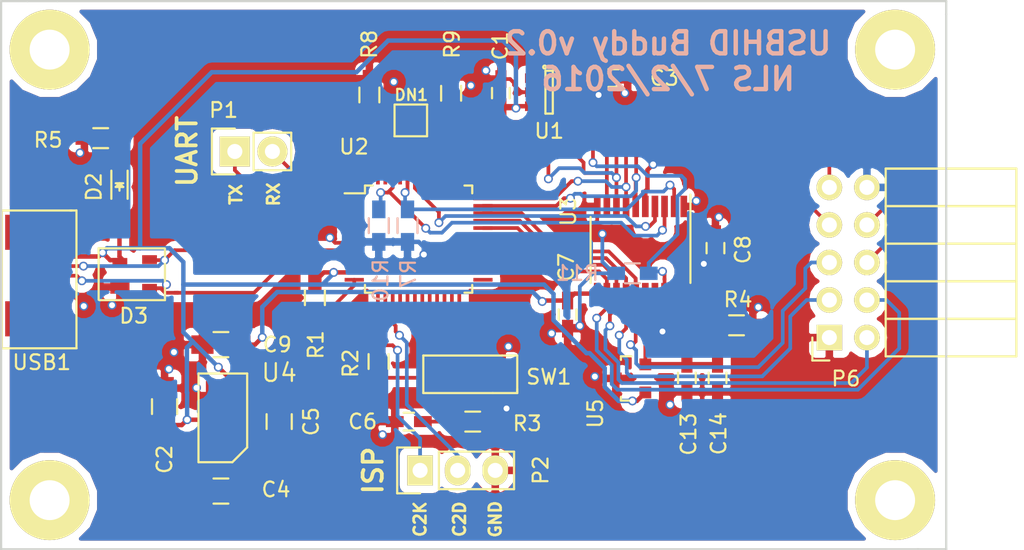
<source format=kicad_pcb>
(kicad_pcb (version 4) (host pcbnew 4.0.2-stable)
  (layers (0 F.Cu signal) (31 B.Cu signal) (34 B.Paste user) (35 F.Paste user) (36 B.SilkS user) (37 F.SilkS user) (38 B.Mask user) (39 F.Mask user) (44 Edge.Cuts user))
  (net 0 "")
  (net 1 /mcu/ADC0_IN)
  (net 2 VBUS)
  (net 3 GND)
  (net 4 +3V3)
  (net 5 "Net-(C4-Pad1)")
  (net 6 "Net-(C4-Pad2)")
  (net 7 "Net-(C5-Pad1)")
  (net 8 "Net-(C5-Pad2)")
  (net 9 "Net-(C6-Pad1)")
  (net 10 +5V)
  (net 11 /periph/DAC_REF_V2_5)
  (net 12 /mcu/UART_TX)
  (net 13 /mcu/UART_RX)
  (net 14 /mcu/C2CK)
  (net 15 /mcu/C2D)
  (net 16 /mcu/ADC1_IN)
  (net 17 /mcu/ADC2_IN)
  (net 18 /mcu/ADC3_IN)
  (net 19 /mcu/ADC4_IN)
  (net 20 /mcu/ADC5_IN)
  (net 21 /mcu/ADC6_IN)
  (net 22 /mcu/ADC7_IN)
  (net 23 "Net-(R1-Pad1)")
  (net 24 VMCU_3V3)
  (net 25 /mcu/MCU_LDAC)
  (net 26 /mcu/SPI_MOSI)
  (net 27 "Net-(DN1-Pad4)")
  (net 28 "Net-(DN1-Pad3)")
  (net 29 /mcu/SPI_SCLK)
  (net 30 "Net-(U2-Pad3)")
  (net 31 "Net-(U2-Pad4)")
  (net 32 "Net-(U2-Pad5)")
  (net 33 "Net-(U2-Pad6)")
  (net 34 "Net-(U2-Pad15)")
  (net 35 "Net-(U2-Pad16)")
  (net 36 "Net-(U2-Pad17)")
  (net 37 "Net-(U2-Pad18)")
  (net 38 "Net-(U2-Pad19)")
  (net 39 "Net-(U2-Pad20)")
  (net 40 "Net-(U2-Pad21)")
  (net 41 "Net-(U2-Pad22)")
  (net 42 "Net-(U2-Pad23)")
  (net 43 "Net-(U2-Pad24)")
  (net 44 "Net-(U2-Pad25)")
  (net 45 "Net-(U2-Pad26)")
  (net 46 "Net-(U2-Pad27)")
  (net 47 "Net-(U2-Pad28)")
  (net 48 "Net-(DN1-Pad2)")
  (net 49 "Net-(DN1-Pad1)")
  (net 50 "Net-(U2-Pad42)")
  (net 51 /mcu/SPI_CS)
  (net 52 "Net-(U2-Pad45)")
  (net 53 "Net-(U2-Pad47)")
  (net 54 "Net-(U2-Pad48)")
  (net 55 /periph/SPI_SOMI)
  (net 56 /mcu/USBDN)
  (net 57 /mcu/USBDP)
  (net 58 "Net-(U2-Pad29)")
  (net 59 "Net-(U2-Pad30)")
  (net 60 "Net-(D2-Pad1)")
  (net 61 "Net-(USB1-Pad4)")
  (module Socket_Strips:Socket_Strip_Angled_2x05 (layer F.Cu) (at 103.705 78 90)
    (fp_text reference P6 (at -2.78032 1.11896 180) (layer F.SilkS))
    (fp_text value CONN_02X05 hide)
    (pad 1 thru_hole rect (at 0 0 90) (size 1.7272 1.7272) (drill 1.016) (layers *.Cu *.Mask F.SilkS) (net 3 GND))
    (pad 2 thru_hole oval (at 0 2.54 90) (size 1.7272 1.7272) (drill 1.016) (layers *.Cu *.Mask F.SilkS) (net 21 /mcu/ADC6_IN))
    (pad 3 thru_hole oval (at 2.54 0 90) (size 1.7272 1.7272) (drill 1.016) (layers *.Cu *.Mask F.SilkS) (net 20 /mcu/ADC5_IN))
    (pad 4 thru_hole oval (at 2.54 2.54 90) (size 1.7272 1.7272) (drill 1.016) (layers *.Cu *.Mask F.SilkS) (net 22 /mcu/ADC7_IN))
    (pad 5 thru_hole oval (at 5.08 0 90) (size 1.7272 1.7272) (drill 1.016) (layers *.Cu *.Mask F.SilkS) (net 19 /mcu/ADC4_IN))
    (pad 6 thru_hole oval (at 5.08 2.54 90) (size 1.7272 1.7272) (drill 1.016) (layers *.Cu *.Mask F.SilkS) (net 1 /mcu/ADC0_IN))
    (pad 7 thru_hole oval (at 7.62 0 90) (size 1.7272 1.7272) (drill 1.016) (layers *.Cu *.Mask F.SilkS) (net 18 /mcu/ADC3_IN))
    (pad 8 thru_hole oval (at 7.62 2.54 90) (size 1.7272 1.7272) (drill 1.016) (layers *.Cu *.Mask F.SilkS) (net 16 /mcu/ADC1_IN))
    (pad 9 thru_hole oval (at 10.16 0 90) (size 1.7272 1.7272) (drill 1.016) (layers *.Cu *.Mask F.SilkS) (net 17 /mcu/ADC2_IN))
    (pad 10 thru_hole oval (at 10.16 2.54 90) (size 1.7272 1.7272) (drill 1.016) (layers *.Cu *.Mask F.SilkS) (net 4 +3V3))
  )
  (module Capacitors_SMD:C_0603_HandSoldering (layer F.Cu) (at 81.504 61.46 90)
    (fp_text reference C1 (at 3.1902 -0.0381 90) (layer F.SilkS))
    (fp_text value 100nF hide)
    (pad 1 smd rect (at -0.95 0 90) (size 1.2 0.75) (layers F.Cu F.Paste F.Mask) (net 2 VBUS))
    (pad 2 smd rect (at 0.95 0 90) (size 1.2 0.75) (layers F.Cu F.Paste F.Mask) (net 3 GND))
  )
  (module Capacitors_SMD:C_0805_HandSoldering (layer F.Cu) (at 58.771 82.669 90)
    (fp_text reference C2 (at -3.576 0 90) (layer F.SilkS))
    (fp_text value 1uF hide)
    (pad 1 smd rect (at -1.25 0 90) (size 1.5 1.25) (layers F.Cu F.Paste F.Mask) (net 2 VBUS))
    (pad 2 smd rect (at 1.25 0 90) (size 1.5 1.25) (layers F.Cu F.Paste F.Mask) (net 3 GND))
  )
  (module Capacitors_SMD:C_0603_HandSoldering (layer F.Cu) (at 89.124 60.444)
    (fp_text reference C3 (at 3.429 0) (layer F.SilkS))
    (fp_text value C3 hide)
    (pad 1 smd rect (at -0.95 0) (size 1.2 0.75) (layers F.Cu F.Paste F.Mask) (net 4 +3V3))
    (pad 2 smd rect (at 0.95 0) (size 1.2 0.75) (layers F.Cu F.Paste F.Mask) (net 3 GND))
  )
  (module Capacitors_SMD:C_0805_HandSoldering (layer F.Cu) (at 62.581 88.384 180)
    (fp_text reference C4 (at -3.7211 0.1016 180) (layer F.SilkS))
    (fp_text value 1uF hide)
    (pad 1 smd rect (at -1.25 0 180) (size 1.5 1.25) (layers F.Cu F.Paste F.Mask) (net 5 "Net-(C4-Pad1)"))
    (pad 2 smd rect (at 1.25 0 180) (size 1.5 1.25) (layers F.Cu F.Paste F.Mask) (net 6 "Net-(C4-Pad2)"))
  )
  (module Capacitors_SMD:C_0805_HandSoldering (layer F.Cu) (at 66.518 83.685 90)
    (fp_text reference C5 (at 0 2.159 90) (layer F.SilkS))
    (fp_text value 1uF hide)
    (pad 1 smd rect (at -1.25 0 90) (size 1.5 1.25) (layers F.Cu F.Paste F.Mask) (net 7 "Net-(C5-Pad1)"))
    (pad 2 smd rect (at 1.25 0 90) (size 1.5 1.25) (layers F.Cu F.Paste F.Mask) (net 8 "Net-(C5-Pad2)"))
  )
  (module Capacitors_SMD:C_0603_HandSoldering (layer F.Cu) (at 75.281 83.685 180)
    (fp_text reference C6 (at 3.1242 0 180) (layer F.SilkS))
    (fp_text value 100nF hide)
    (pad 1 smd rect (at -0.95 0 180) (size 1.2 0.75) (layers F.Cu F.Paste F.Mask) (net 9 "Net-(C6-Pad1)"))
    (pad 2 smd rect (at 0.95 0 180) (size 1.2 0.75) (layers F.Cu F.Paste F.Mask) (net 3 GND))
  )
  (module Capacitors_SMD:C_0603_HandSoldering (layer F.Cu) (at 86.0125 76.446 270)
    (fp_text reference C7 (at -3.2004 0.0889 270) (layer F.SilkS))
    (fp_text value 100nF hide)
    (pad 1 smd rect (at -0.95 0 270) (size 1.2 0.75) (layers F.Cu F.Paste F.Mask) (net 10 +5V))
    (pad 2 smd rect (at 0.95 0 270) (size 1.2 0.75) (layers F.Cu F.Paste F.Mask) (net 3 GND))
  )
  (module Capacitors_SMD:C_0603_HandSoldering (layer F.Cu) (at 96.0074 71.9502 90)
    (fp_text reference C8 (at -0.1016 1.8542 270) (layer F.SilkS))
    (fp_text value 1uF hide)
    (pad 1 smd rect (at -0.95 0 90) (size 1.2 0.75) (layers F.Cu F.Paste F.Mask) (net 4 +3V3))
    (pad 2 smd rect (at 0.95 0 90) (size 1.2 0.75) (layers F.Cu F.Paste F.Mask) (net 3 GND))
  )
  (module Capacitors_SMD:C_0805_HandSoldering (layer F.Cu) (at 62.581 78.478 180)
    (fp_text reference C9 (at -3.81 0 180) (layer F.SilkS))
    (fp_text value 1uF hide)
    (pad 1 smd rect (at -1.25 0 180) (size 1.5 1.25) (layers F.Cu F.Paste F.Mask) (net 10 +5V))
    (pad 2 smd rect (at 1.25 0 180) (size 1.5 1.25) (layers F.Cu F.Paste F.Mask) (net 3 GND))
  )
  (module Capacitors_SMD:C_0603_HandSoldering (layer F.Cu) (at 94.077 80.7259 270)
    (fp_text reference C13 (at 3.81 -0.1143 270) (layer F.SilkS))
    (fp_text value 100nF hide)
    (pad 1 smd rect (at -0.95 0 270) (size 1.2 0.75) (layers F.Cu F.Paste F.Mask) (net 11 /periph/DAC_REF_V2_5))
    (pad 2 smd rect (at 0.95 0 270) (size 1.2 0.75) (layers F.Cu F.Paste F.Mask) (net 3 GND))
  )
  (module Capacitors_SMD:C_0603_HandSoldering (layer F.Cu) (at 96.1471 80.7259 270)
    (fp_text reference C14 (at 3.7719 -0.0762 270) (layer F.SilkS))
    (fp_text value 1uF hide)
    (pad 1 smd rect (at -0.95 0 270) (size 1.2 0.75) (layers F.Cu F.Paste F.Mask) (net 11 /periph/DAC_REF_V2_5))
    (pad 2 smd rect (at 0.95 0 270) (size 1.2 0.75) (layers F.Cu F.Paste F.Mask) (net 3 GND))
  )
  (module Resistors_SMD:R_0603_HandSoldering (layer F.Cu) (at 68.931 75.303 90)
    (fp_text reference R1 (at -3.1877 0.0635 90) (layer F.SilkS))
    (fp_text value 100R hide)
    (pad 1 smd rect (at -1.1 0 90) (size 1.2 0.9) (layers F.Cu F.Paste F.Mask) (net 23 "Net-(R1-Pad1)"))
    (pad 2 smd rect (at 1.1 0 90) (size 1.2 0.9) (layers F.Cu F.Paste F.Mask) (net 2 VBUS))
  )
  (module Resistors_SMD:R_0603_HandSoldering (layer F.Cu) (at 73.2363 79.621 90)
    (fp_text reference R2 (at -0.127 -1.8923 90) (layer F.SilkS))
    (fp_text value 1k hide)
    (pad 1 smd rect (at -1.1 0 90) (size 1.2 0.9) (layers F.Cu F.Paste F.Mask) (net 9 "Net-(C6-Pad1)"))
    (pad 2 smd rect (at 1.1 0 90) (size 1.2 0.9) (layers F.Cu F.Paste F.Mask) (net 14 /mcu/C2CK))
  )
  (module Resistors_SMD:R_0603_HandSoldering (layer F.Cu) (at 97.4298 77.1699)
    (fp_text reference R4 (at 0.1016 -1.7399) (layer F.SilkS))
    (fp_text value 0R hide)
    (pad 1 smd rect (at -1.1 0) (size 1.2 0.9) (layers F.Cu F.Paste F.Mask) (net 25 /mcu/MCU_LDAC))
    (pad 2 smd rect (at 1.1 0) (size 1.2 0.9) (layers F.Cu F.Paste F.Mask) (net 3 GND))
  )
  (module Resistors_SMD:R_0603_HandSoldering (layer B.Cu) (at 75.1921 70.4262 90)
    (fp_text reference R7 (at -3.25 0.05 90) (layer B.SilkS) (effects (justify mirror)))
    (fp_text value 10k hide)
    (pad 1 smd rect (at -1.1 0 90) (size 1.2 0.9) (layers B.Cu B.Paste B.Mask) (net 4 +3V3))
    (pad 2 smd rect (at 1.1 0 90) (size 1.2 0.9) (layers B.Cu B.Paste B.Mask) (net 26 /mcu/SPI_MOSI))
  )
  (module Resistors_SMD:R_0603_HandSoldering (layer F.Cu) (at 72.614 61.587 270)
    (fp_text reference R8 (at -3.429 0 270) (layer F.SilkS))
    (fp_text value 1k hide)
    (pad 1 smd rect (at -1.1 0 270) (size 1.2 0.9) (layers F.Cu F.Paste F.Mask) (net 3 GND))
    (pad 2 smd rect (at 1.1 0 270) (size 1.2 0.9) (layers F.Cu F.Paste F.Mask) (net 27 "Net-(DN1-Pad4)"))
  )
  (module Resistors_SMD:R_0603_HandSoldering (layer F.Cu) (at 78.1385 61.4727 270)
    (fp_text reference R9 (at -3.3147 -0.0635 270) (layer F.SilkS))
    (fp_text value 1k hide)
    (pad 1 smd rect (at -1.1 0 270) (size 1.2 0.9) (layers F.Cu F.Paste F.Mask) (net 3 GND))
    (pad 2 smd rect (at 1.1 0 270) (size 1.2 0.9) (layers F.Cu F.Paste F.Mask) (net 28 "Net-(DN1-Pad3)"))
  )
  (module Resistors_SMD:R_0603_HandSoldering (layer B.Cu) (at 73.249 70.4262 90)
    (fp_text reference R10 (at -3.70332 0.12446 90) (layer B.SilkS) (effects (justify mirror)))
    (fp_text value 10k hide)
    (pad 1 smd rect (at -1.1 0 90) (size 1.2 0.9) (layers B.Cu B.Paste B.Mask) (net 4 +3V3))
    (pad 2 smd rect (at 1.1 0 90) (size 1.2 0.9) (layers B.Cu B.Paste B.Mask) (net 29 /mcu/SPI_SCLK))
  )
  (module Resistors_SMD:R_0603_HandSoldering (layer B.Cu) (at 90.394 73.652)
    (fp_text reference R11 (at -3.72618 -0.0127) (layer B.SilkS) (effects (justify mirror)))
    (fp_text value 0R_NM hide)
    (pad 1 smd rect (at -1.1 0) (size 1.2 0.9) (layers B.Cu B.Paste B.Mask) (net 3 GND))
    (pad 2 smd rect (at 1.1 0) (size 1.2 0.9) (layers B.Cu B.Paste B.Mask) (net 25 /mcu/MCU_LDAC))
  )
  (module TO_SOT_Packages_SMD:SOT-23-5 (layer F.Cu) (at 84.763 61.399)
    (fp_text reference U1 (at 0.0049 2.6264) (layer F.SilkS))
    (fp_text value MCP1802T-3302I/OT hide)
    (pad 1 smd rect (at -1.1 -0.95) (size 1.06 0.65) (layers F.Cu F.Paste F.Mask) (net 2 VBUS))
    (pad 2 smd rect (at -1.1 0) (size 1.06 0.65) (layers F.Cu F.Paste F.Mask) (net 3 GND))
    (pad 3 smd rect (at -1.1 0.95) (size 1.06 0.65) (layers F.Cu F.Paste F.Mask) (net 2 VBUS))
    (pad 4 smd rect (at 1.1 0.95) (size 1.06 0.65) (layers F.Cu F.Paste F.Mask))
    (pad 5 smd rect (at 1.1 -0.95) (size 1.06 0.65) (layers F.Cu F.Paste F.Mask) (net 4 +3V3))
  )
  (module Housings_QFP:LQFP-48_7x7mm_Pitch0.5mm (layer F.Cu) (at 75.9414 71.3406)
    (fp_text reference U2 (at -4.3688 -6.2484) (layer F.SilkS))
    (fp_text value C8051F380 hide)
    (pad 1 smd rect (at -4.35 -2.75) (size 1.3 0.25) (layers F.Cu F.Paste F.Mask) (net 13 /mcu/UART_RX))
    (pad 2 smd rect (at -4.35 -2.25) (size 1.3 0.25) (layers F.Cu F.Paste F.Mask) (net 12 /mcu/UART_TX))
    (pad 3 smd rect (at -4.35 -1.75) (size 1.3 0.25) (layers F.Cu F.Paste F.Mask) (net 30 "Net-(U2-Pad3)"))
    (pad 4 smd rect (at -4.35 -1.25) (size 1.3 0.25) (layers F.Cu F.Paste F.Mask) (net 31 "Net-(U2-Pad4)"))
    (pad 5 smd rect (at -4.35 -0.75) (size 1.3 0.25) (layers F.Cu F.Paste F.Mask) (net 32 "Net-(U2-Pad5)"))
    (pad 6 smd rect (at -4.35 -0.25) (size 1.3 0.25) (layers F.Cu F.Paste F.Mask) (net 33 "Net-(U2-Pad6)"))
    (pad 7 smd rect (at -4.35 0.25) (size 1.3 0.25) (layers F.Cu F.Paste F.Mask) (net 3 GND))
    (pad 8 smd rect (at -4.35 0.75) (size 1.3 0.25) (layers F.Cu F.Paste F.Mask) (net 56 /mcu/USBDN))
    (pad 9 smd rect (at -4.35 1.25) (size 1.3 0.25) (layers F.Cu F.Paste F.Mask) (net 57 /mcu/USBDP))
    (pad 10 smd rect (at -4.35 1.75) (size 1.3 0.25) (layers F.Cu F.Paste F.Mask) (net 24 VMCU_3V3))
    (pad 11 smd rect (at -4.35 2.25) (size 1.3 0.25) (layers F.Cu F.Paste F.Mask) (net 2 VBUS))
    (pad 12 smd rect (at -4.35 2.75) (size 1.3 0.25) (layers F.Cu F.Paste F.Mask) (net 23 "Net-(R1-Pad1)"))
    (pad 13 smd rect (at -2.75 4.35 90) (size 1.3 0.25) (layers F.Cu F.Paste F.Mask) (net 14 /mcu/C2CK))
    (pad 14 smd rect (at -2.25 4.35 90) (size 1.3 0.25) (layers F.Cu F.Paste F.Mask) (net 15 /mcu/C2D))
    (pad 15 smd rect (at -1.75 4.35 90) (size 1.3 0.25) (layers F.Cu F.Paste F.Mask) (net 34 "Net-(U2-Pad15)"))
    (pad 16 smd rect (at -1.25 4.35 90) (size 1.3 0.25) (layers F.Cu F.Paste F.Mask) (net 35 "Net-(U2-Pad16)"))
    (pad 17 smd rect (at -0.75 4.35 90) (size 1.3 0.25) (layers F.Cu F.Paste F.Mask) (net 36 "Net-(U2-Pad17)"))
    (pad 18 smd rect (at -0.25 4.35 90) (size 1.3 0.25) (layers F.Cu F.Paste F.Mask) (net 37 "Net-(U2-Pad18)"))
    (pad 19 smd rect (at 0.25 4.35 90) (size 1.3 0.25) (layers F.Cu F.Paste F.Mask) (net 38 "Net-(U2-Pad19)"))
    (pad 20 smd rect (at 0.75 4.35 90) (size 1.3 0.25) (layers F.Cu F.Paste F.Mask) (net 39 "Net-(U2-Pad20)"))
    (pad 21 smd rect (at 1.25 4.35 90) (size 1.3 0.25) (layers F.Cu F.Paste F.Mask) (net 40 "Net-(U2-Pad21)"))
    (pad 22 smd rect (at 1.75 4.35 90) (size 1.3 0.25) (layers F.Cu F.Paste F.Mask) (net 41 "Net-(U2-Pad22)"))
    (pad 23 smd rect (at 2.25 4.35 90) (size 1.3 0.25) (layers F.Cu F.Paste F.Mask) (net 42 "Net-(U2-Pad23)"))
    (pad 24 smd rect (at 2.75 4.35 90) (size 1.3 0.25) (layers F.Cu F.Paste F.Mask) (net 43 "Net-(U2-Pad24)"))
    (pad 25 smd rect (at 4.35 2.75) (size 1.3 0.25) (layers F.Cu F.Paste F.Mask) (net 44 "Net-(U2-Pad25)"))
    (pad 26 smd rect (at 4.35 2.25) (size 1.3 0.25) (layers F.Cu F.Paste F.Mask) (net 45 "Net-(U2-Pad26)"))
    (pad 27 smd rect (at 4.35 1.75) (size 1.3 0.25) (layers F.Cu F.Paste F.Mask) (net 46 "Net-(U2-Pad27)"))
    (pad 28 smd rect (at 4.35 1.25) (size 1.3 0.25) (layers F.Cu F.Paste F.Mask) (net 47 "Net-(U2-Pad28)"))
    (pad 29 smd rect (at 4.35 0.75) (size 1.3 0.25) (layers F.Cu F.Paste F.Mask) (net 58 "Net-(U2-Pad29)"))
    (pad 30 smd rect (at 4.35 0.25) (size 1.3 0.25) (layers F.Cu F.Paste F.Mask) (net 59 "Net-(U2-Pad30)"))
    (pad 31 smd rect (at 4.35 -0.25) (size 1.3 0.25) (layers F.Cu F.Paste F.Mask) (net 22 /mcu/ADC7_IN))
    (pad 32 smd rect (at 4.35 -0.75) (size 1.3 0.25) (layers F.Cu F.Paste F.Mask) (net 21 /mcu/ADC6_IN))
    (pad 33 smd rect (at 4.35 -1.25) (size 1.3 0.25) (layers F.Cu F.Paste F.Mask) (net 20 /mcu/ADC5_IN))
    (pad 34 smd rect (at 4.35 -1.75) (size 1.3 0.25) (layers F.Cu F.Paste F.Mask) (net 19 /mcu/ADC4_IN))
    (pad 35 smd rect (at 4.35 -2.25) (size 1.3 0.25) (layers F.Cu F.Paste F.Mask) (net 18 /mcu/ADC3_IN))
    (pad 36 smd rect (at 4.35 -2.75) (size 1.3 0.25) (layers F.Cu F.Paste F.Mask) (net 17 /mcu/ADC2_IN))
    (pad 37 smd rect (at 2.75 -4.35 90) (size 1.3 0.25) (layers F.Cu F.Paste F.Mask) (net 16 /mcu/ADC1_IN))
    (pad 38 smd rect (at 2.25 -4.35 90) (size 1.3 0.25) (layers F.Cu F.Paste F.Mask) (net 1 /mcu/ADC0_IN))
    (pad 39 smd rect (at 1.75 -4.35 90) (size 1.3 0.25) (layers F.Cu F.Paste F.Mask) (net 25 /mcu/MCU_LDAC))
    (pad 40 smd rect (at 1.25 -4.35 90) (size 1.3 0.25) (layers F.Cu F.Paste F.Mask) (net 49 "Net-(DN1-Pad1)"))
    (pad 41 smd rect (at 0.75 -4.35 90) (size 1.3 0.25) (layers F.Cu F.Paste F.Mask) (net 48 "Net-(DN1-Pad2)"))
    (pad 42 smd rect (at 0.25 -4.35 90) (size 1.3 0.25) (layers F.Cu F.Paste F.Mask) (net 50 "Net-(U2-Pad42)"))
    (pad 43 smd rect (at -0.25 -4.35 90) (size 1.3 0.25) (layers F.Cu F.Paste F.Mask) (net 51 /mcu/SPI_CS))
    (pad 44 smd rect (at -0.75 -4.35 90) (size 1.3 0.25) (layers F.Cu F.Paste F.Mask) (net 26 /mcu/SPI_MOSI))
    (pad 45 smd rect (at -1.25 -4.35 90) (size 1.3 0.25) (layers F.Cu F.Paste F.Mask) (net 52 "Net-(U2-Pad45)"))
    (pad 46 smd rect (at -1.75 -4.35 90) (size 1.3 0.25) (layers F.Cu F.Paste F.Mask) (net 29 /mcu/SPI_SCLK))
    (pad 47 smd rect (at -2.25 -4.35 90) (size 1.3 0.25) (layers F.Cu F.Paste F.Mask) (net 53 "Net-(U2-Pad47)"))
    (pad 48 smd rect (at -2.75 -4.35 90) (size 1.3 0.25) (layers F.Cu F.Paste F.Mask) (net 54 "Net-(U2-Pad48)"))
  )
  (module Housings_SSOP:TSSOP-20_4.4x6.5mm_Pitch0.65mm (layer F.Cu) (at 90.9401 72.0772 270)
    (fp_text reference U3 (at -2.6162 4.8768 270) (layer F.SilkS))
    (fp_text value TLV5630 hide)
    (pad 1 smd rect (at -2.95 -2.925 270) (size 1.45 0.45) (layers F.Cu F.Paste F.Mask) (net 3 GND))
    (pad 2 smd rect (at -2.95 -2.275 270) (size 1.45 0.45) (layers F.Cu F.Paste F.Mask) (net 26 /mcu/SPI_MOSI))
    (pad 3 smd rect (at -2.95 -1.625 270) (size 1.45 0.45) (layers F.Cu F.Paste F.Mask) (net 29 /mcu/SPI_SCLK))
    (pad 4 smd rect (at -2.95 -0.975 270) (size 1.45 0.45) (layers F.Cu F.Paste F.Mask) (net 51 /mcu/SPI_CS))
    (pad 5 smd rect (at -2.95 -0.325 270) (size 1.45 0.45) (layers F.Cu F.Paste F.Mask) (net 4 +3V3))
    (pad 6 smd rect (at -2.95 0.325 270) (size 1.45 0.45) (layers F.Cu F.Paste F.Mask) (net 18 /mcu/ADC3_IN))
    (pad 7 smd rect (at -2.95 0.975 270) (size 1.45 0.45) (layers F.Cu F.Paste F.Mask) (net 17 /mcu/ADC2_IN))
    (pad 8 smd rect (at -2.95 1.625 270) (size 1.45 0.45) (layers F.Cu F.Paste F.Mask) (net 16 /mcu/ADC1_IN))
    (pad 9 smd rect (at -2.95 2.275 270) (size 1.45 0.45) (layers F.Cu F.Paste F.Mask) (net 1 /mcu/ADC0_IN))
    (pad 10 smd rect (at -2.95 2.925 270) (size 1.45 0.45) (layers F.Cu F.Paste F.Mask) (net 3 GND))
    (pad 11 smd rect (at 2.95 2.925 270) (size 1.45 0.45) (layers F.Cu F.Paste F.Mask) (net 10 +5V))
    (pad 12 smd rect (at 2.95 2.275 270) (size 1.45 0.45) (layers F.Cu F.Paste F.Mask) (net 22 /mcu/ADC7_IN))
    (pad 13 smd rect (at 2.95 1.625 270) (size 1.45 0.45) (layers F.Cu F.Paste F.Mask) (net 21 /mcu/ADC6_IN))
    (pad 14 smd rect (at 2.95 0.975 270) (size 1.45 0.45) (layers F.Cu F.Paste F.Mask) (net 20 /mcu/ADC5_IN))
    (pad 15 smd rect (at 2.95 0.325 270) (size 1.45 0.45) (layers F.Cu F.Paste F.Mask) (net 19 /mcu/ADC4_IN))
    (pad 16 smd rect (at 2.95 -0.325 270) (size 1.45 0.45) (layers F.Cu F.Paste F.Mask) (net 11 /periph/DAC_REF_V2_5))
    (pad 17 smd rect (at 2.95 -0.975 270) (size 1.45 0.45) (layers F.Cu F.Paste F.Mask) (net 4 +3V3))
    (pad 18 smd rect (at 2.95 -1.625 270) (size 1.45 0.45) (layers F.Cu F.Paste F.Mask) (net 25 /mcu/MCU_LDAC))
    (pad 19 smd rect (at 2.95 -2.275 270) (size 1.45 0.45) (layers F.Cu F.Paste F.Mask) (net 55 /periph/SPI_SOMI))
    (pad 20 smd rect (at 2.95 -2.925 270) (size 1.45 0.45) (layers F.Cu F.Paste F.Mask) (net 4 +3V3))
  )
  (module TO_SOT_Packages_SMD:SOT-23 (layer F.Cu) (at 90.267 80.764 90)
    (fp_text reference U5 (at -2.37688 -2.37832 90) (layer F.SilkS))
    (fp_text value REF3325AIDBZR hide)
    (pad 1 smd rect (at -0.95 1.00076 90) (size 0.8001 0.8001) (layers F.Cu F.Paste F.Mask) (net 2 VBUS))
    (pad 2 smd rect (at 0.95 1.00076 90) (size 0.8001 0.8001) (layers F.Cu F.Paste F.Mask) (net 11 /periph/DAC_REF_V2_5))
    (pad 3 smd rect (at 0 -0.99822 90) (size 0.8001 0.8001) (layers F.Cu F.Paste F.Mask) (net 3 GND))
  )
  (module led:LTST-C195KGJRKT (layer F.Cu) (at 75.7001 63.492 180)
    (fp_text reference DN1 (at 0.254 1.905 180) (layer F.SilkS) (effects (font (size 0.75 0.75))))
    (fp_text value LTST-C195KGJRKT hide)
    (pad 4 smd rect (at 0.8255 0.8261 180) (size 0.85 0.65) (layers F.Cu F.Paste F.Mask) (net 27 "Net-(DN1-Pad4)"))
    (pad 3 smd rect (at -0.2508 0.8261 180) (size 0.85 0.65) (layers F.Cu F.Paste F.Mask) (net 28 "Net-(DN1-Pad3)"))
    (pad 2 smd rect (at 0.8128 -0.4572 180) (size 0.85 0.65) (layers F.Cu F.Paste F.Mask) (net 48 "Net-(DN1-Pad2)"))
    (pad 1 smd rect (at -0.2508 -0.4572 180) (size 0.85 0.65) (layers F.Cu F.Paste F.Mask) (net 49 "Net-(DN1-Pad1)"))
  )
  (module Socket_Strips:Socket_Strip_Straight_1x02 (layer F.Cu) (at 63.5208 65.4097)
    (fp_text reference P1 (at -0.762 -2.794) (layer F.SilkS))
    (fp_text value CONN_01X02 hide)
    (pad 1 thru_hole rect (at 0 0) (size 2.032 2.032) (drill 1.016) (layers *.Cu *.Mask F.SilkS) (net 12 /mcu/UART_TX))
    (pad 2 thru_hole oval (at 2.54 0) (size 2.032 2.032) (drill 1.016) (layers *.Cu *.Mask F.SilkS) (net 13 /mcu/UART_RX))
  )
  (module Socket_Strips:Socket_Strip_Straight_1x03 (layer F.Cu) (at 76.043 86.987)
    (fp_text reference P2 (at 8.1534 -0.0127 90) (layer F.SilkS))
    (fp_text value CONN_01X03 hide)
    (pad 1 thru_hole rect (at 0 0) (size 1.7272 2.032) (drill 1.016) (layers *.Cu *.Mask F.SilkS) (net 14 /mcu/C2CK))
    (pad 2 thru_hole oval (at 2.54 0) (size 1.7272 2.032) (drill 1.016) (layers *.Cu *.Mask F.SilkS) (net 15 /mcu/C2D))
    (pad 3 thru_hole oval (at 5.08 0) (size 1.7272 2.032) (drill 1.016) (layers *.Cu *.Mask F.SilkS) (net 3 GND))
  )
  (module switching_charge_pump:VSSOP8-DGK (layer F.Cu) (at 62.708 83.431 180)
    (fp_text reference U4 (at -3.81 3.048 360) (layer F.SilkS) (effects (font (size 1.2 1.2))))
    (fp_text value TPS60241 hide)
    (pad 8 smd rect (at -0.975 -1.5 180) (size 0.34 2) (layers F.Cu F.Paste F.Mask) (net 7 "Net-(C5-Pad1)"))
    (pad 1 smd rect (at -0.975 1.5 180) (size 0.34 2) (layers F.Cu F.Paste F.Mask) (net 10 +5V))
    (pad 7 smd rect (at -0.325 -1.5 180) (size 0.34 2) (layers F.Cu F.Paste F.Mask) (net 5 "Net-(C4-Pad1)"))
    (pad 2 smd rect (at -0.325 1.5 180) (size 0.34 2) (layers F.Cu F.Paste F.Mask) (net 2 VBUS))
    (pad 6 smd rect (at 0.325 -1.5 180) (size 0.34 2) (layers F.Cu F.Paste F.Mask) (net 2 VBUS))
    (pad 3 smd rect (at 0.325 1.5 180) (size 0.34 2) (layers F.Cu F.Paste F.Mask) (net 8 "Net-(C5-Pad2)"))
    (pad 5 smd rect (at 0.975 -1.5 180) (size 0.34 2) (layers F.Cu F.Paste F.Mask) (net 6 "Net-(C4-Pad2)"))
    (pad 4 smd rect (at 0.975 1.5 180) (size 0.34 2) (layers F.Cu F.Paste F.Mask) (net 3 GND))
  )
  (module LEDs:LED_0603 (layer F.Cu) (at 55.723 67.81 270)
    (fp_text reference D2 (at 0 1.7272 270) (layer F.SilkS))
    (fp_text value LED hide)
    (pad 2 smd rect (at 0.7493 0 90) (size 0.79756 0.79756) (layers F.Cu F.Paste F.Mask) (net 2 VBUS))
    (pad 1 smd rect (at -0.7493 0 90) (size 0.79756 0.79756) (layers F.Cu F.Paste F.Mask) (net 60 "Net-(D2-Pad1)"))
  )
  (module Resistors_SMD:R_0603_HandSoldering (layer F.Cu) (at 54.453 64.508 180)
    (fp_text reference R5 (at 3.556 -0.127 180) (layer F.SilkS))
    (fp_text value 1k hide)
    (pad 1 smd rect (at -1.1 0 180) (size 1.2 0.9) (layers F.Cu F.Paste F.Mask) (net 60 "Net-(D2-Pad1)"))
    (pad 2 smd rect (at 1.1 0 180) (size 1.2 0.9) (layers F.Cu F.Paste F.Mask) (net 3 GND))
  )
  (module tacticle:SKRKAEE010 (layer F.Cu) (at 79.4339 80.4846)
    (fp_text reference SW1 (at 5.3086 0.1778) (layer F.SilkS))
    (fp_text value SKRKAEE010 hide)
    (pad 2 smd rect (at 2.156 0) (size 1.4 2) (layers F.Cu F.Paste F.Mask) (net 3 GND))
    (pad 1 smd rect (at -2.156 0) (size 1.4 2) (layers F.Cu F.Paste F.Mask) (net 9 "Net-(C6-Pad1)"))
  )
  (module Mounting_Holes:MountingHole_2.7mm_Pad (layer F.Cu) (at 51 89)
    (fp_text reference REF** hide)
    (fp_text value MountingHole_2.7mm_Pad hide)
    (pad 1 thru_hole circle (at 0 0) (size 5.4 5.4) (drill 2.7) (layers *.Cu *.Mask F.SilkS))
  )
  (module Mounting_Holes:MountingHole_2.7mm_Pad (layer F.Cu) (at 51 58.52)
    (fp_text reference REF** hide)
    (fp_text value MountingHole_2.7mm_Pad hide)
    (pad 1 thru_hole circle (at 0 0) (size 5.4 5.4) (drill 2.7) (layers *.Cu *.Mask F.SilkS))
  )
  (module Mounting_Holes:MountingHole_2.7mm_Pad (layer F.Cu) (at 108.15 58.52)
    (fp_text reference REF** hide)
    (fp_text value MountingHole_2.7mm_Pad hide)
    (pad 1 thru_hole circle (at 0 0) (size 5.4 5.4) (drill 2.7) (layers *.Cu *.Mask F.SilkS))
  )
  (module Mounting_Holes:MountingHole_2.7mm_Pad (layer F.Cu) (at 108.15 89)
    (fp_text reference REF** hide)
    (fp_text value MountingHole_2.7mm_Pad hide)
    (pad 1 thru_hole circle (at 0 0) (size 5.4 5.4) (drill 2.7) (layers *.Cu *.Mask F.SilkS))
  )
  (module Resistors_SMD:R_0603_HandSoldering (layer F.Cu) (at 79.599 83.685 180)
    (fp_text reference R3 (at -3.683 -0.127 180) (layer F.SilkS))
    (fp_text value 1k hide)
    (pad 1 smd rect (at -1.1 0 180) (size 1.2 0.9) (layers F.Cu F.Paste F.Mask) (net 4 +3V3))
    (pad 2 smd rect (at 1.1 0 180) (size 1.2 0.9) (layers F.Cu F.Paste F.Mask) (net 9 "Net-(C6-Pad1)"))
  )
  (module usb:microb_usb_top_mount (layer F.Cu) (at 50.25 73.76)
    (fp_text reference USB1 (at 0.2159 5.9182) (layer F.SilkS))
    (fp_text value MICRO-B_USB hide)
    (pad 5 smd rect (at 1.3589 1.3554) (size 1.38 0.45) (layers F.Cu F.Paste F.Mask) (net 3 GND))
    (pad 4 smd rect (at 1.3589 0.7054) (size 1.38 0.45) (layers F.Cu F.Paste F.Mask) (net 61 "Net-(USB1-Pad4)"))
    (pad 3 smd rect (at 1.3589 0.0554) (size 1.38 0.45) (layers F.Cu F.Paste F.Mask) (net 57 /mcu/USBDP))
    (pad 2 smd rect (at 1.3589 -0.5946) (size 1.38 0.45) (layers F.Cu F.Paste F.Mask) (net 56 /mcu/USBDN))
    (pad 1 smd rect (at 1.3589 -1.2446) (size 1.38 0.45) (layers F.Cu F.Paste F.Mask) (net 2 VBUS))
    (pad 0 smd rect (at 1.0033 2.5273) (size 2.1 1.475) (layers F.Cu F.Paste F.Mask))
    (pad 0 smd rect (at 1.0033 -2.4257) (size 2.1 1.475) (layers F.Cu F.Paste F.Mask))
    (pad 0 smd rect (at -1.3041 -2.8829) (size 1.9 2.375) (layers F.Cu F.Paste F.Mask))
    (pad 0 smd rect (at -1.3041 2.9718) (size 1.9 2.375) (layers F.Cu F.Paste F.Mask))
  )
  (module esd_protection:PRTR5V0U2X,215 (layer F.Cu) (at 57.3503 73.8806)
    (fp_text reference D3 (at -0.6604 2.6543) (layer F.SilkS))
    (fp_text value PRTR5V0U2X,215 hide)
    (pad 4 smd rect (at -1.6 -0.9636) (size 1 0.6) (layers F.Cu F.Paste F.Mask) (net 2 VBUS))
    (pad 2 smd rect (at 0.4047 0.7874) (size 1 0.6) (layers F.Cu F.Paste F.Mask) (net 57 /mcu/USBDP))
    (pad 3 smd rect (at 0.4047 -1.1557) (size 1 0.6) (layers F.Cu F.Paste F.Mask) (net 56 /mcu/USBDN))
    (pad 1 smd rect (at -1.6 0.7) (size 1.3 0.9) (layers F.Cu F.Paste F.Mask) (net 3 GND))
  )
  (gr_text RX (at 66.137 68.318 90) (layer F.SilkS) (effects (font (size 0.8 0.8) (thickness 0.18))))
  (gr_text TX (at 63.597 68.318 90) (layer F.SilkS) (effects (font (size 0.8 0.8) (thickness 0.18))))
  (gr_text UART (at 60.295 65.397 90) (layer F.SilkS) (effects (font (size 1.3 1.3) (thickness 0.25))))
  (gr_text ISP (at 72.868 86.987 90) (layer F.SilkS) (effects (font (size 1.3 1.3) (thickness 0.25))))
  (gr_text GND (at 81.123 90.289 90) (layer F.SilkS) (effects (font (size 0.8 0.8) (thickness 0.18))))
  (gr_text C2D (at 78.71 90.289 90) (layer F.SilkS) (effects (font (size 0.8 0.8) (thickness 0.18))))
  (gr_text C2K (at 76.043 90.289 90) (layer F.SilkS) (effects (font (size 0.8 0.8) (thickness 0.18))))
  (gr_line (start 47.722 92.321) (end 47.722 55.237) (layer Edge.Cuts) (width 0.15))
  (gr_line (start 109.698 92.321) (end 47.722 92.321) (layer Edge.Cuts) (width 0.15))
  (gr_line (start 111.603 92.321) (end 109.698 92.321) (layer Edge.Cuts) (width 0.15))
  (gr_line (start 111.603 56.126) (end 111.603 92.321) (layer Edge.Cuts) (width 0.15))
  (gr_line (start 111.603 55.237) (end 111.603 56.126) (layer Edge.Cuts) (width 0.15))
  (gr_line (start 77.694 55.237) (end 111.603 55.237) (layer Edge.Cuts) (width 0.15))
  (gr_line (start 51.532 55.237) (end 77.694 55.237) (layer Edge.Cuts) (width 0.15))
  (gr_line (start 49.5 55.237) (end 51.532 55.237) (layer Edge.Cuts) (width 0.15))
  (gr_line (start 47.722 55.237) (end 49.5 55.237) (layer Edge.Cuts) (width 0.15))
  (gr_text "USBHID Buddy v0.2\nNLS 7/2/2016" (at 92.807 59.301) (layer B.SilkS) (effects (font (size 1.5 1.5) (thickness 0.3)) (justify mirror)))
  (segment (start 108.301 70.864) (end 106.245 72.92) (width 0.25) (layer F.Cu) (net 1))
  (segment (start 108.301 66.032) (end 108.301 70.864) (width 0.25) (layer F.Cu) (net 1))
  (segment (start 78.1914 66.9906) (end 78.1914 65.0266) (width 0.25) (layer F.Cu) (net 1))
  (segment (start 78.1914 65.0266) (end 78.456 64.762) (width 0.25) (layer F.Cu) (net 1))
  (segment (start 78.456 64.762) (end 85.695 64.762) (width 0.25) (layer F.Cu) (net 1))
  (segment (start 87.092 66.794) (end 87.172999 66.874999) (width 0.25) (layer F.Cu) (net 1))
  (segment (start 85.695 64.762) (end 87.092 66.159) (width 0.25) (layer F.Cu) (net 1))
  (segment (start 87.092 66.159) (end 87.092 66.794) (width 0.25) (layer F.Cu) (net 1))
  (segment (start 87.172999 66.874999) (end 88.584101 66.874999) (width 0.25) (layer F.Cu) (net 1))
  (segment (start 88.584101 66.874999) (end 88.6651 66.794) (width 0.25) (layer F.Cu) (net 1))
  (segment (start 88.6651 69.1272) (end 88.6651 66.794) (width 0.25) (layer F.Cu) (net 1))
  (segment (start 88.6651 66.794) (end 88.6651 64.7129) (width 0.25) (layer F.Cu) (net 1))
  (segment (start 105.253 62.984) (end 108.301 66.032) (width 0.25) (layer F.Cu) (net 1))
  (segment (start 101.189 62.984) (end 101.316 62.984) (width 0.25) (layer F.Cu) (net 1))
  (segment (start 93.569 62.984) (end 101.189 62.984) (width 0.25) (layer F.Cu) (net 1))
  (segment (start 101.189 62.984) (end 105.253 62.984) (width 0.25) (layer F.Cu) (net 1))
  (segment (start 92.426 64.127) (end 93.569 62.984) (width 0.25) (layer F.Cu) (net 1))
  (segment (start 89.251 64.127) (end 92.426 64.127) (width 0.25) (layer F.Cu) (net 1))
  (segment (start 88.6651 64.7129) (end 89.251 64.127) (width 0.25) (layer F.Cu) (net 1))
  (segment (start 69.439 74.414) (end 84.425 74.414) (width 0.3) (layer B.Cu) (net 2))
  (segment (start 84.425 74.414) (end 85.06 75.049) (width 0.3) (layer B.Cu) (net 2))
  (segment (start 87.288755 79.055755) (end 87.50599 79.055755) (width 0.3) (layer B.Cu) (net 2))
  (segment (start 85.06 75.049) (end 85.06 76.827) (width 0.3) (layer B.Cu) (net 2))
  (segment (start 85.06 76.827) (end 87.288755 79.055755) (width 0.3) (layer B.Cu) (net 2))
  (segment (start 88.52199 80.071754) (end 88.52199 81.341755) (width 0.3) (layer B.Cu) (net 2))
  (segment (start 87.50599 79.055755) (end 88.52199 80.071754) (width 0.3) (layer B.Cu) (net 2))
  (segment (start 88.52199 81.341755) (end 89.468235 82.288) (width 0.3) (layer B.Cu) (net 2))
  (segment (start 89.468235 82.288) (end 90.394 82.288) (width 0.3) (layer B.Cu) (net 2))
  (segment (start 83.663 60.449) (end 84.493 60.449) (width 0.3) (layer F.Cu) (net 2))
  (segment (start 84.493 60.449) (end 84.806 60.762) (width 0.3) (layer F.Cu) (net 2))
  (segment (start 84.806 60.762) (end 84.806 62.036) (width 0.3) (layer F.Cu) (net 2))
  (segment (start 84.806 62.036) (end 84.493 62.349) (width 0.3) (layer F.Cu) (net 2))
  (segment (start 84.493 62.349) (end 83.663 62.349) (width 0.3) (layer F.Cu) (net 2))
  (segment (start 55.9643 72.763) (end 55.088 72.763) (width 0.3) (layer F.Cu) (net 2))
  (segment (start 55.088 72.763) (end 54.58 72.255) (width 0.3) (layer F.Cu) (net 2))
  (segment (start 90.394 82.288) (end 90.69376 82.288) (width 0.3) (layer F.Cu) (net 2))
  (segment (start 90.69376 82.288) (end 91.26776 81.714) (width 0.3) (layer F.Cu) (net 2))
  (via (at 90.394 82.288) (size 0.6) (drill 0.4) (layers F.Cu B.Cu) (net 2))
  (segment (start 71.5914 73.5906) (end 70.201 73.5906) (width 0.3) (layer F.Cu) (net 2))
  (segment (start 70.201 73.5906) (end 69.5434 73.5906) (width 0.3) (layer F.Cu) (net 2))
  (segment (start 69.439 74.414) (end 70.201 73.652) (width 0.3) (layer B.Cu) (net 2))
  (segment (start 70.201 73.652) (end 70.201 73.5906) (width 0.3) (layer B.Cu) (net 2))
  (via (at 70.201 73.5906) (size 0.6) (drill 0.4) (layers F.Cu B.Cu) (net 2))
  (segment (start 60.041 74.414) (end 60.041 77.639) (width 0.3) (layer B.Cu) (net 2))
  (segment (start 60.041 72.89) (end 60.041 74.414) (width 0.3) (layer B.Cu) (net 2))
  (segment (start 60.041 74.414) (end 69.439 74.414) (width 0.3) (layer B.Cu) (net 2))
  (segment (start 82.52 62.476) (end 81.57 62.476) (width 0.3) (layer F.Cu) (net 2))
  (segment (start 81.57 62.476) (end 81.504 62.41) (width 0.3) (layer F.Cu) (net 2))
  (segment (start 82.52 58.793) (end 82.52 62.476) (width 0.3) (layer B.Cu) (net 2))
  (via (at 82.52 62.476) (size 0.6) (drill 0.4) (layers F.Cu B.Cu) (net 2))
  (segment (start 81.631 57.904) (end 82.52 58.793) (width 0.3) (layer B.Cu) (net 2))
  (segment (start 73.884 57.904) (end 81.631 57.904) (width 0.3) (layer B.Cu) (net 2))
  (segment (start 71.740001 60.047999) (end 73.884 57.904) (width 0.3) (layer B.Cu) (net 2))
  (segment (start 57.12 64.889) (end 61.961001 60.047999) (width 0.3) (layer B.Cu) (net 2))
  (segment (start 61.961001 60.047999) (end 71.740001 60.047999) (width 0.3) (layer B.Cu) (net 2))
  (segment (start 57.12 71.955001) (end 59.106001 71.955001) (width 0.3) (layer B.Cu) (net 2))
  (segment (start 54.879999 71.955001) (end 57.12 71.955001) (width 0.3) (layer B.Cu) (net 2))
  (segment (start 57.12 71.955001) (end 57.12 64.889) (width 0.3) (layer B.Cu) (net 2))
  (segment (start 83.663 62.349) (end 81.565 62.349) (width 0.3) (layer F.Cu) (net 2))
  (segment (start 81.565 62.349) (end 81.504 62.41) (width 0.3) (layer F.Cu) (net 2))
  (segment (start 69.5434 73.5906) (end 68.931 74.203) (width 0.3) (layer F.Cu) (net 2))
  (segment (start 62.383 84.931) (end 62.383 83.707767) (width 0.3) (layer F.Cu) (net 2))
  (segment (start 62.383 83.707767) (end 62.233233 83.558) (width 0.3) (layer F.Cu) (net 2))
  (segment (start 62.233233 83.558) (end 60.295 83.558) (width 0.3) (layer F.Cu) (net 2))
  (segment (start 60.041 77.639) (end 60.676 78.274) (width 0.3) (layer B.Cu) (net 2))
  (segment (start 60.676 78.274) (end 62.404 80.002) (width 0.3) (layer B.Cu) (net 2))
  (segment (start 60.295 83.558) (end 60.295 81.726002) (width 0.3) (layer B.Cu) (net 2))
  (segment (start 60.295 81.726002) (end 60.279999 81.711001) (width 0.3) (layer B.Cu) (net 2))
  (segment (start 60.279999 81.711001) (end 60.279999 78.670001) (width 0.3) (layer B.Cu) (net 2))
  (segment (start 60.279999 78.670001) (end 60.676 78.274) (width 0.3) (layer B.Cu) (net 2))
  (segment (start 59.934 83.919) (end 60.295 83.558) (width 0.3) (layer F.Cu) (net 2))
  (via (at 60.295 83.558) (size 0.6) (drill 0.4) (layers F.Cu B.Cu) (net 2))
  (segment (start 58.771 83.919) (end 59.934 83.919) (width 0.3) (layer F.Cu) (net 2))
  (segment (start 59.106001 71.955001) (end 60.041 72.89) (width 0.3) (layer B.Cu) (net 2))
  (segment (start 54.58 72.255) (end 54.879999 71.955001) (width 0.3) (layer B.Cu) (net 2))
  (segment (start 54.319601 72.515399) (end 54.58 72.255) (width 0.3) (layer F.Cu) (net 2))
  (via (at 54.58 72.255) (size 0.6) (drill 0.4) (layers F.Cu B.Cu) (net 2))
  (segment (start 52.598901 72.515399) (end 54.319601 72.515399) (width 0.3) (layer F.Cu) (net 2))
  (via (at 62.404 80.002) (size 0.6) (drill 0.4) (layers F.Cu B.Cu) (net 2))
  (segment (start 63.033 81.931) (end 63.033 80.631) (width 0.3) (layer F.Cu) (net 2))
  (segment (start 63.033 80.631) (end 62.404 80.002) (width 0.3) (layer F.Cu) (net 2))
  (segment (start 55.723 68.5593) (end 55.723 72.5217) (width 0.3) (layer F.Cu) (net 2))
  (segment (start 55.723 72.5217) (end 55.9643 72.763) (width 0.3) (layer F.Cu) (net 2))
  (segment (start 51.6089 72.5154) (end 52.598901 72.515399) (width 0.3) (layer F.Cu) (net 2))
  (via (at 55.2199 75.811) (size 0.6) (drill 0.4) (layers F.Cu B.Cu) (net 3))
  (segment (start 55.7503 74.5806) (end 55.7503 75.2806) (width 0.25) (layer F.Cu) (net 3))
  (segment (start 55.7503 75.2806) (end 55.2199 75.811) (width 0.25) (layer F.Cu) (net 3))
  (via (at 53.31 75.8765) (size 0.6) (drill 0.4) (layers F.Cu B.Cu) (net 3))
  (segment (start 51.6089 75.1154) (end 52.5489 75.1154) (width 0.25) (layer F.Cu) (net 3))
  (segment (start 52.5489 75.1154) (end 53.31 75.8765) (width 0.25) (layer F.Cu) (net 3))
  (segment (start 88.362 70.985) (end 88.362 72.87) (width 0.25) (layer B.Cu) (net 3))
  (segment (start 88.362 72.87) (end 89.144 73.652) (width 0.25) (layer B.Cu) (net 3))
  (segment (start 89.144 73.652) (end 89.294 73.652) (width 0.25) (layer B.Cu) (net 3))
  (segment (start 88.0151 70.6381) (end 88.362 70.985) (width 0.25) (layer F.Cu) (net 3))
  (via (at 88.362 70.985) (size 0.6) (drill 0.4) (layers F.Cu B.Cu) (net 3))
  (segment (start 88.0151 69.1272) (end 88.0151 70.6381) (width 0.25) (layer F.Cu) (net 3))
  (segment (start 86.838 77.208) (end 86.2005 77.208) (width 0.25) (layer F.Cu) (net 3))
  (segment (start 86.2005 77.208) (end 86.0125 77.396) (width 0.25) (layer F.Cu) (net 3))
  (segment (start 86.838 74.541) (end 86.838 77.208) (width 0.25) (layer B.Cu) (net 3))
  (via (at 86.838 77.208) (size 0.6) (drill 0.4) (layers F.Cu B.Cu) (net 3))
  (segment (start 87.727 73.652) (end 86.838 74.541) (width 0.25) (layer B.Cu) (net 3))
  (segment (start 89.294 73.652) (end 87.727 73.652) (width 0.25) (layer B.Cu) (net 3))
  (segment (start 86.0785 77.462) (end 86.0125 77.396) (width 0.25) (layer F.Cu) (net 3))
  (segment (start 92.934 82.1939) (end 92.934 82.542) (width 0.25) (layer F.Cu) (net 3))
  (via (at 92.934 82.542) (size 0.6) (drill 0.4) (layers F.Cu B.Cu) (net 3))
  (segment (start 94.077 81.6759) (end 93.452 81.6759) (width 0.25) (layer F.Cu) (net 3))
  (segment (start 93.452 81.6759) (end 92.934 82.1939) (width 0.25) (layer F.Cu) (net 3))
  (segment (start 94.077 81.6759) (end 96.1471 81.6759) (width 0.25) (layer F.Cu) (net 3))
  (segment (start 87.981 80.764) (end 87.854 80.637) (width 0.25) (layer F.Cu) (net 3))
  (via (at 87.854 80.637) (size 0.6) (drill 0.4) (layers F.Cu B.Cu) (net 3))
  (segment (start 89.26878 80.764) (end 87.981 80.764) (width 0.25) (layer F.Cu) (net 3))
  (via (at 84.933 77.716) (size 0.6) (drill 0.4) (layers F.Cu B.Cu) (net 3))
  (segment (start 85.253 77.396) (end 84.933 77.716) (width 0.25) (layer F.Cu) (net 3))
  (segment (start 86.0125 77.396) (end 85.253 77.396) (width 0.25) (layer F.Cu) (net 3))
  (segment (start 82.393 60.909) (end 82.393 60.774) (width 0.25) (layer F.Cu) (net 3))
  (segment (start 82.393 60.774) (end 82.129 60.51) (width 0.25) (layer F.Cu) (net 3))
  (segment (start 82.129 60.51) (end 81.504 60.51) (width 0.25) (layer F.Cu) (net 3))
  (segment (start 83.663 61.399) (end 82.883 61.399) (width 0.25) (layer F.Cu) (net 3))
  (segment (start 82.883 61.399) (end 82.393 60.909) (width 0.25) (layer F.Cu) (net 3))
  (segment (start 89.886 61.257) (end 89.886 61.46) (width 0.25) (layer F.Cu) (net 3))
  (via (at 89.886 61.46) (size 0.6) (drill 0.4) (layers F.Cu B.Cu) (net 3))
  (segment (start 90.074 60.444) (end 90.074 61.069) (width 0.25) (layer F.Cu) (net 3))
  (segment (start 90.074 61.069) (end 89.886 61.257) (width 0.25) (layer F.Cu) (net 3))
  (segment (start 80.488 60.119) (end 80.488 59.936) (width 0.25) (layer F.Cu) (net 3))
  (via (at 80.488 59.936) (size 0.6) (drill 0.4) (layers F.Cu B.Cu) (net 3))
  (segment (start 81.504 60.51) (end 80.879 60.51) (width 0.25) (layer F.Cu) (net 3))
  (segment (start 80.879 60.51) (end 80.488 60.119) (width 0.25) (layer F.Cu) (net 3))
  (via (at 94.712 68.7553) (size 0.6) (drill 0.4) (layers F.Cu B.Cu) (net 3))
  (segment (start 93.8651 69.1272) (end 94.3401 69.1272) (width 0.25) (layer F.Cu) (net 3))
  (segment (start 94.3401 69.1272) (end 94.712 68.7553) (width 0.25) (layer F.Cu) (net 3))
  (segment (start 98.903 76.0967) (end 98.903 75.938) (width 0.25) (layer F.Cu) (net 3))
  (via (at 98.903 75.938) (size 0.6) (drill 0.4) (layers F.Cu B.Cu) (net 3))
  (segment (start 98.5298 77.1699) (end 98.5298 76.4699) (width 0.25) (layer F.Cu) (net 3))
  (segment (start 98.5298 76.4699) (end 98.903 76.0967) (width 0.25) (layer F.Cu) (net 3))
  (segment (start 74.067 84.574) (end 73.503 84.574) (width 0.25) (layer F.Cu) (net 3))
  (via (at 73.503 84.574) (size 0.6) (drill 0.4) (layers F.Cu B.Cu) (net 3))
  (segment (start 74.331 83.685) (end 74.331 84.31) (width 0.25) (layer F.Cu) (net 3))
  (segment (start 74.331 84.31) (end 74.067 84.574) (width 0.25) (layer F.Cu) (net 3))
  (segment (start 96.0074 70.0706) (end 96.236 69.842) (width 0.25) (layer F.Cu) (net 3))
  (via (at 96.236 69.842) (size 0.6) (drill 0.4) (layers F.Cu B.Cu) (net 3))
  (segment (start 96.0074 71.0002) (end 96.0074 70.0706) (width 0.25) (layer F.Cu) (net 3))
  (segment (start 78.8927 60.3727) (end 79.472 60.952) (width 0.25) (layer F.Cu) (net 3))
  (via (at 79.472 60.952) (size 0.6) (drill 0.4) (layers F.Cu B.Cu) (net 3))
  (segment (start 78.1385 60.3727) (end 78.8927 60.3727) (width 0.25) (layer F.Cu) (net 3))
  (segment (start 74.054 60.487) (end 74.265 60.698) (width 0.25) (layer F.Cu) (net 3))
  (via (at 74.265 60.698) (size 0.6) (drill 0.4) (layers F.Cu B.Cu) (net 3))
  (segment (start 72.614 60.487) (end 74.054 60.487) (width 0.25) (layer F.Cu) (net 3))
  (segment (start 70.2986 71.5906) (end 69.947 71.239) (width 0.25) (layer F.Cu) (net 3))
  (via (at 69.947 71.239) (size 0.6) (drill 0.4) (layers F.Cu B.Cu) (net 3))
  (segment (start 71.5914 71.5906) (end 70.2986 71.5906) (width 0.25) (layer F.Cu) (net 3))
  (via (at 82.012 78.605) (size 0.6) (drill 0.4) (layers F.Cu B.Cu) (net 3))
  (segment (start 81.5899 79.0271) (end 82.012 78.605) (width 0.25) (layer F.Cu) (net 3))
  (segment (start 81.5899 80.4846) (end 81.5899 79.0271) (width 0.25) (layer F.Cu) (net 3))
  (segment (start 60.93 81.548) (end 60.93 81.399) (width 0.25) (layer F.Cu) (net 3))
  (via (at 60.93 81.399) (size 0.6) (drill 0.4) (layers F.Cu B.Cu) (net 3))
  (segment (start 61.733 81.931) (end 61.313 81.931) (width 0.25) (layer F.Cu) (net 3))
  (segment (start 61.313 81.931) (end 60.93 81.548) (width 0.25) (layer F.Cu) (net 3))
  (segment (start 59.914 78.478) (end 59.406 78.986) (width 0.25) (layer F.Cu) (net 3))
  (via (at 59.406 78.986) (size 0.6) (drill 0.4) (layers F.Cu B.Cu) (net 3))
  (segment (start 61.331 78.478) (end 59.914 78.478) (width 0.25) (layer F.Cu) (net 3))
  (via (at 59.061 80.129) (size 0.6) (drill 0.4) (layers F.Cu B.Cu) (net 3))
  (segment (start 58.771 81.419) (end 58.771 80.419) (width 0.25) (layer F.Cu) (net 3))
  (segment (start 58.771 80.419) (end 59.061 80.129) (width 0.25) (layer F.Cu) (net 3))
  (via (at 53.056 65.505) (size 0.6) (drill 0.4) (layers F.Cu B.Cu) (net 3))
  (segment (start 53.353 64.508) (end 53.353 65.208) (width 0.25) (layer F.Cu) (net 3))
  (segment (start 53.353 65.208) (end 53.056 65.505) (width 0.25) (layer F.Cu) (net 3))
  (segment (start 91.791 66.286) (end 88.108 62.603) (width 0.3) (layer B.Cu) (net 4))
  (segment (start 88.108 62.603) (end 88.108 62.349) (width 0.3) (layer B.Cu) (net 4))
  (segment (start 91.41 67.9573) (end 91.41 66.667) (width 0.3) (layer F.Cu) (net 4))
  (segment (start 91.41 66.667) (end 91.791 66.286) (width 0.3) (layer F.Cu) (net 4))
  (segment (start 91.2651 69.1272) (end 91.2651 68.1022) (width 0.3) (layer F.Cu) (net 4))
  (segment (start 91.2651 68.1022) (end 91.41 67.9573) (width 0.3) (layer F.Cu) (net 4))
  (segment (start 88.108 61.587) (end 88.108 60.51) (width 0.3) (layer F.Cu) (net 4))
  (segment (start 88.108 60.51) (end 88.174 60.444) (width 0.3) (layer F.Cu) (net 4))
  (segment (start 88.108 62.349) (end 88.108 61.587) (width 0.3) (layer B.Cu) (net 4))
  (via (at 88.108 61.587) (size 0.6) (drill 0.4) (layers F.Cu B.Cu) (net 4))
  (via (at 91.791 66.286) (size 0.6) (drill 0.4) (layers F.Cu B.Cu) (net 4))
  (segment (start 88.174 60.444) (end 85.868 60.444) (width 0.3) (layer F.Cu) (net 4))
  (segment (start 85.868 60.444) (end 85.863 60.449) (width 0.3) (layer F.Cu) (net 4))
  (segment (start 76.297 71.8811) (end 76.297 72.382) (width 0.3) (layer B.Cu) (net 4))
  (via (at 76.297 72.382) (size 0.6) (drill 0.4) (layers F.Cu B.Cu) (net 4))
  (segment (start 75.1921 71.5262) (end 75.9421 71.5262) (width 0.3) (layer B.Cu) (net 4))
  (segment (start 75.9421 71.5262) (end 76.297 71.8811) (width 0.3) (layer B.Cu) (net 4))
  (segment (start 73.249 71.5262) (end 75.1921 71.5262) (width 0.3) (layer B.Cu) (net 4))
  (via (at 95.22 73.0126) (size 0.6) (drill 0.4) (layers F.Cu B.Cu) (net 4))
  (segment (start 96.0074 72.9002) (end 95.3324 72.9002) (width 0.3) (layer F.Cu) (net 4))
  (segment (start 95.3324 72.9002) (end 95.22 73.0126) (width 0.3) (layer F.Cu) (net 4))
  (segment (start 81.738 82.796) (end 81.885 82.796) (width 0.3) (layer F.Cu) (net 4))
  (via (at 81.885 82.796) (size 0.6) (drill 0.4) (layers F.Cu B.Cu) (net 4))
  (segment (start 80.699 83.685) (end 80.849 83.685) (width 0.3) (layer F.Cu) (net 4))
  (segment (start 80.849 83.685) (end 81.738 82.796) (width 0.3) (layer F.Cu) (net 4))
  (segment (start 91.9151 77.0781) (end 92.426 77.589) (width 0.3) (layer F.Cu) (net 4))
  (via (at 92.426 77.589) (size 0.6) (drill 0.4) (layers F.Cu B.Cu) (net 4))
  (segment (start 91.9151 75.0272) (end 91.9151 77.0781) (width 0.3) (layer F.Cu) (net 4))
  (segment (start 94.8608 75.0272) (end 96.0074 73.8806) (width 0.3) (layer F.Cu) (net 4))
  (segment (start 96.0074 73.8806) (end 96.0074 72.9002) (width 0.3) (layer F.Cu) (net 4))
  (segment (start 93.8651 75.0272) (end 94.8608 75.0272) (width 0.3) (layer F.Cu) (net 4))
  (segment (start 63.033 84.931) (end 63.033 87.586) (width 0.25) (layer F.Cu) (net 5))
  (segment (start 63.033 87.586) (end 63.831 88.384) (width 0.25) (layer F.Cu) (net 5))
  (segment (start 61.733 84.931) (end 61.733 87.982) (width 0.25) (layer F.Cu) (net 6))
  (segment (start 61.733 87.982) (end 61.331 88.384) (width 0.25) (layer F.Cu) (net 6))
  (segment (start 66.518 84.935) (end 63.687 84.935) (width 0.25) (layer F.Cu) (net 7))
  (segment (start 63.687 84.935) (end 63.683 84.931) (width 0.25) (layer F.Cu) (net 7))
  (segment (start 62.383 81.931) (end 62.383 83.036002) (width 0.25) (layer F.Cu) (net 8))
  (segment (start 62.383 83.036002) (end 62.602999 83.256001) (width 0.25) (layer F.Cu) (net 8))
  (segment (start 62.602999 83.256001) (end 64.787999 83.256001) (width 0.25) (layer F.Cu) (net 8))
  (segment (start 64.787999 83.256001) (end 65.609 82.435) (width 0.25) (layer F.Cu) (net 8))
  (segment (start 65.609 82.435) (end 66.518 82.435) (width 0.25) (layer F.Cu) (net 8))
  (segment (start 73.2363 80.721) (end 77.0415 80.721) (width 0.25) (layer F.Cu) (net 9))
  (segment (start 77.0415 80.721) (end 77.2779 80.4846) (width 0.25) (layer F.Cu) (net 9))
  (segment (start 78.499 83.685) (end 76.231 83.685) (width 0.25) (layer F.Cu) (net 9))
  (segment (start 77.2779 80.4846) (end 77.2779 82.6139) (width 0.25) (layer F.Cu) (net 9))
  (segment (start 77.2779 82.6139) (end 78.349 83.685) (width 0.25) (layer F.Cu) (net 9))
  (segment (start 78.349 83.685) (end 78.499 83.685) (width 0.25) (layer F.Cu) (net 9))
  (segment (start 86.0125 75.496) (end 84.359 75.496) (width 0.3) (layer F.Cu) (net 10))
  (segment (start 84.359 75.496) (end 84.298 75.557) (width 0.3) (layer F.Cu) (net 10))
  (via (at 84.298 75.557) (size 0.6) (drill 0.4) (layers F.Cu B.Cu) (net 10))
  (segment (start 83.65501 74.91401) (end 84.298 75.557) (width 0.3) (layer B.Cu) (net 10))
  (segment (start 83.282 74.91401) (end 83.65501 74.91401) (width 0.3) (layer B.Cu) (net 10))
  (segment (start 82.13101 74.91401) (end 83.282 74.91401) (width 0.3) (layer B.Cu) (net 10))
  (segment (start 71.22499 74.91401) (end 82.13101 74.91401) (width 0.3) (layer B.Cu) (net 10))
  (segment (start 70.963 74.922) (end 71.217 74.922) (width 0.3) (layer B.Cu) (net 10))
  (segment (start 71.217 74.922) (end 71.22499 74.91401) (width 0.3) (layer B.Cu) (net 10))
  (segment (start 66.38301 74.922) (end 70.963 74.922) (width 0.3) (layer B.Cu) (net 10))
  (segment (start 65.375 75.93001) (end 66.38301 74.922) (width 0.3) (layer B.Cu) (net 10))
  (segment (start 65.375 77.984) (end 65.375 75.93001) (width 0.3) (layer B.Cu) (net 10))
  (via (at 65.375 77.984) (size 0.6) (drill 0.4) (layers F.Cu B.Cu) (net 10))
  (segment (start 63.831 78.478) (end 64.881 78.478) (width 0.3) (layer F.Cu) (net 10))
  (segment (start 64.881 78.478) (end 65.375 77.984) (width 0.3) (layer F.Cu) (net 10))
  (segment (start 88.0151 75.0272) (end 86.4813 75.0272) (width 0.3) (layer F.Cu) (net 10))
  (segment (start 86.4813 75.0272) (end 86.0125 75.496) (width 0.3) (layer F.Cu) (net 10))
  (segment (start 63.683 81.931) (end 63.683 78.626) (width 0.3) (layer F.Cu) (net 10))
  (segment (start 63.683 78.626) (end 63.831 78.478) (width 0.3) (layer F.Cu) (net 10))
  (segment (start 96.1471 79.7759) (end 94.077 79.7759) (width 0.25) (layer F.Cu) (net 11))
  (segment (start 94.077 79.7759) (end 91.30586 79.7759) (width 0.25) (layer F.Cu) (net 11))
  (segment (start 91.30586 79.7759) (end 91.26776 79.814) (width 0.25) (layer F.Cu) (net 11))
  (segment (start 91.2651 75.0272) (end 91.2651 79.81134) (width 0.25) (layer F.Cu) (net 11))
  (segment (start 91.2651 79.81134) (end 91.26776 79.814) (width 0.25) (layer F.Cu) (net 11))
  (segment (start 63.5208 66.6757) (end 63.5208 66.54) (width 0.25) (layer F.Cu) (net 12))
  (segment (start 63.5208 66.54) (end 63.5208 65.4097) (width 0.25) (layer F.Cu) (net 12))
  (segment (start 66.899 67.175) (end 64.0201 67.175) (width 0.25) (layer F.Cu) (net 12))
  (segment (start 64.0201 67.175) (end 63.5208 66.6757) (width 0.25) (layer F.Cu) (net 12))
  (segment (start 68.8146 69.0906) (end 66.899 67.175) (width 0.25) (layer F.Cu) (net 12))
  (segment (start 71.5914 69.0906) (end 68.8146 69.0906) (width 0.25) (layer F.Cu) (net 12))
  (segment (start 69.2036 68.5906) (end 69.2036 68.5525) (width 0.25) (layer F.Cu) (net 13))
  (segment (start 69.2036 68.5525) (end 66.0608 65.4097) (width 0.25) (layer F.Cu) (net 13))
  (segment (start 71.5914 68.5906) (end 69.2036 68.5906) (width 0.25) (layer F.Cu) (net 13))
  (segment (start 73.1914 75.6906) (end 73.1914 78.4761) (width 0.25) (layer F.Cu) (net 14))
  (segment (start 73.1914 78.4761) (end 73.2363 78.521) (width 0.25) (layer F.Cu) (net 14))
  (segment (start 74.519 83.304) (end 76.043 84.828) (width 0.25) (layer B.Cu) (net 14))
  (segment (start 76.043 84.828) (end 76.043 86.987) (width 0.25) (layer B.Cu) (net 14))
  (segment (start 74.519 78.859) (end 74.519 83.304) (width 0.25) (layer B.Cu) (net 14))
  (segment (start 74.181 78.521) (end 74.519 78.859) (width 0.25) (layer F.Cu) (net 14))
  (via (at 74.519 78.859) (size 0.6) (drill 0.4) (layers F.Cu B.Cu) (net 14))
  (segment (start 73.2363 78.521) (end 74.181 78.521) (width 0.25) (layer F.Cu) (net 14))
  (segment (start 75.144001 78.341001) (end 75.144001 79.367) (width 0.25) (layer B.Cu) (net 15))
  (segment (start 75.144001 79.367) (end 75.144001 79.484001) (width 0.25) (layer B.Cu) (net 15))
  (segment (start 78.583 85.971) (end 75.144001 82.532001) (width 0.25) (layer B.Cu) (net 15))
  (segment (start 75.144001 82.532001) (end 75.144001 79.367) (width 0.25) (layer B.Cu) (net 15))
  (segment (start 78.583 86.987) (end 78.583 85.971) (width 0.25) (layer B.Cu) (net 15))
  (segment (start 74.646 77.843) (end 75.144001 78.341001) (width 0.25) (layer B.Cu) (net 15))
  (segment (start 74.392 77.2122) (end 74.392 77.589) (width 0.25) (layer F.Cu) (net 15))
  (segment (start 74.392 77.589) (end 74.646 77.843) (width 0.25) (layer F.Cu) (net 15))
  (via (at 74.646 77.843) (size 0.6) (drill 0.4) (layers F.Cu B.Cu) (net 15))
  (segment (start 73.6914 75.6906) (end 73.6914 76.5116) (width 0.25) (layer F.Cu) (net 15))
  (segment (start 73.6914 76.5116) (end 74.392 77.2122) (width 0.25) (layer F.Cu) (net 15))
  (segment (start 107.666 68.959) (end 106.245 70.38) (width 0.25) (layer F.Cu) (net 16))
  (segment (start 107.666 66.159) (end 107.666 68.959) (width 0.25) (layer F.Cu) (net 16))
  (segment (start 84.714385 67.261512) (end 84.714385 65.813385) (width 0.25) (layer F.Cu) (net 16))
  (segment (start 84.714385 65.813385) (end 84.298 65.397) (width 0.25) (layer F.Cu) (net 16))
  (segment (start 84.298 65.397) (end 78.837 65.397) (width 0.25) (layer F.Cu) (net 16))
  (segment (start 78.837 65.397) (end 78.6914 65.5426) (width 0.25) (layer F.Cu) (net 16))
  (segment (start 78.6914 65.5426) (end 78.6914 66.9906) (width 0.25) (layer F.Cu) (net 16))
  (segment (start 89.3151 67.175) (end 89.003109 66.863009) (width 0.25) (layer B.Cu) (net 16))
  (segment (start 89.003109 66.863009) (end 87.161009 66.863009) (width 0.25) (layer B.Cu) (net 16))
  (segment (start 87.161009 66.863009) (end 86.838 66.54) (width 0.25) (layer B.Cu) (net 16))
  (segment (start 86.838 66.54) (end 85.435897 66.54) (width 0.25) (layer B.Cu) (net 16))
  (segment (start 85.435897 66.54) (end 84.714385 67.261512) (width 0.25) (layer B.Cu) (net 16))
  (segment (start 84.592488 67.261512) (end 84.714385 67.261512) (width 0.25) (layer F.Cu) (net 16))
  (via (at 84.714385 67.261512) (size 0.6) (drill 0.4) (layers F.Cu B.Cu) (net 16))
  (segment (start 89.3151 67.175) (end 89.3151 65.02091) (width 0.25) (layer F.Cu) (net 16))
  (segment (start 89.3151 69.1272) (end 89.3151 67.175) (width 0.25) (layer F.Cu) (net 16))
  (via (at 89.3151 67.175) (size 0.6) (drill 0.4) (layers F.Cu B.Cu) (net 16))
  (segment (start 89.3151 65.02091) (end 89.759 64.57701) (width 0.25) (layer F.Cu) (net 16))
  (segment (start 89.759 64.57701) (end 92.612401 64.577009) (width 0.25) (layer F.Cu) (net 16))
  (segment (start 92.612401 64.577009) (end 93.69741 63.492) (width 0.25) (layer F.Cu) (net 16))
  (segment (start 93.69741 63.492) (end 104.999 63.492) (width 0.25) (layer F.Cu) (net 16))
  (segment (start 104.999 63.492) (end 107.666 66.159) (width 0.25) (layer F.Cu) (net 16))
  (segment (start 103.705 65.881) (end 103.705 67.84) (width 0.25) (layer F.Cu) (net 17))
  (segment (start 86.711 67.41901) (end 86.286736 67.41901) (width 0.25) (layer F.Cu) (net 17))
  (segment (start 86.286736 67.41901) (end 85.115146 68.5906) (width 0.25) (layer F.Cu) (net 17))
  (segment (start 85.115146 68.5906) (end 84.6604 68.5906) (width 0.25) (layer F.Cu) (net 17))
  (segment (start 80.2914 68.5906) (end 84.6604 68.5906) (width 0.25) (layer F.Cu) (net 17))
  (segment (start 88.60601 67.41901) (end 88.997 67.81) (width 0.25) (layer B.Cu) (net 17))
  (segment (start 88.997 67.81) (end 89.9651 67.81) (width 0.25) (layer B.Cu) (net 17))
  (segment (start 86.711 67.41901) (end 88.60601 67.41901) (width 0.25) (layer B.Cu) (net 17))
  (segment (start 86.59399 67.302) (end 86.711 67.41901) (width 0.25) (layer F.Cu) (net 17))
  (via (at 86.711 67.41901) (size 0.6) (drill 0.4) (layers F.Cu B.Cu) (net 17))
  (segment (start 89.9651 67.81) (end 89.9651 65.3179) (width 0.25) (layer F.Cu) (net 17))
  (segment (start 89.9651 69.1272) (end 89.9651 67.81) (width 0.25) (layer F.Cu) (net 17))
  (via (at 89.9651 67.81) (size 0.6) (drill 0.4) (layers F.Cu B.Cu) (net 17))
  (segment (start 89.9651 65.3179) (end 90.14 65.143) (width 0.25) (layer F.Cu) (net 17))
  (segment (start 90.14 65.143) (end 92.807 65.143) (width 0.25) (layer F.Cu) (net 17))
  (segment (start 92.807 65.143) (end 93.95 64) (width 0.25) (layer F.Cu) (net 17))
  (segment (start 93.95 64) (end 101.824 64) (width 0.25) (layer F.Cu) (net 17))
  (segment (start 101.824 64) (end 103.705 65.881) (width 0.25) (layer F.Cu) (net 17))
  (segment (start 103.705 70.38) (end 102.078 68.753) (width 0.25) (layer F.Cu) (net 18))
  (segment (start 90.83299 65.59301) (end 90.648 65.778) (width 0.25) (layer F.Cu) (net 18))
  (segment (start 90.648 65.778) (end 90.648 67.175) (width 0.25) (layer F.Cu) (net 18))
  (segment (start 102.078 68.753) (end 102.078 67.175) (width 0.25) (layer F.Cu) (net 18))
  (segment (start 102.078 67.175) (end 99.411 64.508) (width 0.25) (layer F.Cu) (net 18))
  (segment (start 99.411 64.508) (end 94.204 64.508) (width 0.25) (layer F.Cu) (net 18))
  (segment (start 94.204 64.508) (end 93.11899 65.59301) (width 0.25) (layer F.Cu) (net 18))
  (segment (start 93.11899 65.59301) (end 90.83299 65.59301) (width 0.25) (layer F.Cu) (net 18))
  (segment (start 90.6151 69.1272) (end 90.6151 67.2079) (width 0.25) (layer F.Cu) (net 18))
  (segment (start 90.6151 67.2079) (end 90.648 67.175) (width 0.25) (layer F.Cu) (net 18))
  (segment (start 90.648 68.064) (end 90.648 67.175) (width 0.25) (layer B.Cu) (net 18))
  (segment (start 90.276999 68.435001) (end 90.648 68.064) (width 0.25) (layer B.Cu) (net 18))
  (via (at 90.648 67.175) (size 0.6) (drill 0.4) (layers F.Cu B.Cu) (net 18))
  (segment (start 86.883999 68.272001) (end 87.046999 68.435001) (width 0.25) (layer B.Cu) (net 18))
  (segment (start 87.046999 68.435001) (end 90.276999 68.435001) (width 0.25) (layer B.Cu) (net 18))
  (segment (start 86.203 68.572) (end 86.502999 68.272001) (width 0.25) (layer B.Cu) (net 18))
  (segment (start 86.502999 68.272001) (end 86.883999 68.272001) (width 0.25) (layer B.Cu) (net 18))
  (segment (start 85.770156 68.572) (end 86.203 68.572) (width 0.25) (layer F.Cu) (net 18))
  (via (at 86.203 68.572) (size 0.6) (drill 0.4) (layers F.Cu B.Cu) (net 18))
  (segment (start 80.2914 69.0906) (end 85.251556 69.0906) (width 0.25) (layer F.Cu) (net 18))
  (segment (start 85.251556 69.0906) (end 85.770156 68.572) (width 0.25) (layer F.Cu) (net 18))
  (segment (start 80.2914 69.5906) (end 82.90783 69.5906) (width 0.25) (layer F.Cu) (net 19))
  (segment (start 82.90783 69.5906) (end 85.492201 72.174971) (width 0.25) (layer F.Cu) (net 19))
  (segment (start 85.492201 72.174971) (end 88.792792 72.174972) (width 0.25) (layer F.Cu) (net 19))
  (segment (start 88.792792 72.174972) (end 90.6151 73.99728) (width 0.25) (layer F.Cu) (net 19))
  (segment (start 90.6151 73.99728) (end 90.6151 75.0272) (width 0.25) (layer F.Cu) (net 19))
  (segment (start 90.6151 74.0522) (end 90.6151 75.0272) (width 0.25) (layer F.Cu) (net 19))
  (segment (start 103.705 72.92) (end 102.483686 72.92) (width 0.25) (layer B.Cu) (net 19))
  (segment (start 98.903 80.002) (end 90.902 80.002) (width 0.25) (layer B.Cu) (net 19))
  (segment (start 102.483686 72.92) (end 102.078 73.325686) (width 0.25) (layer B.Cu) (net 19))
  (segment (start 102.078 73.325686) (end 102.078 74.668) (width 0.25) (layer B.Cu) (net 19))
  (segment (start 102.078 74.668) (end 100.554 76.192) (width 0.25) (layer B.Cu) (net 19))
  (segment (start 100.554 76.192) (end 100.554 78.351) (width 0.25) (layer B.Cu) (net 19))
  (segment (start 100.554 78.351) (end 98.903 80.002) (width 0.25) (layer B.Cu) (net 19))
  (segment (start 90.902 80.002) (end 90.648 79.748) (width 0.25) (layer B.Cu) (net 19))
  (segment (start 90.648 79.748) (end 90.648 78.859) (width 0.25) (layer B.Cu) (net 19))
  (segment (start 90.648 78.859) (end 90.267 78.478) (width 0.25) (layer B.Cu) (net 19))
  (segment (start 90.6151 78.2569) (end 90.394 78.478) (width 0.25) (layer F.Cu) (net 19))
  (segment (start 90.394 78.478) (end 90.267 78.478) (width 0.25) (layer F.Cu) (net 19))
  (via (at 90.267 78.478) (size 0.6) (drill 0.4) (layers F.Cu B.Cu) (net 19))
  (segment (start 90.6151 75.0272) (end 90.6151 78.2569) (width 0.25) (layer F.Cu) (net 19))
  (segment (start 80.2914 70.0906) (end 82.77142 70.0906) (width 0.25) (layer F.Cu) (net 20))
  (segment (start 82.77142 70.0906) (end 85.3058 72.62498) (width 0.25) (layer F.Cu) (net 20))
  (segment (start 89.9651 74.0522) (end 89.9651 75.0272) (width 0.25) (layer F.Cu) (net 20))
  (segment (start 85.3058 72.62498) (end 88.606391 72.624981) (width 0.25) (layer F.Cu) (net 20))
  (segment (start 88.606391 72.624981) (end 89.9651 73.98369) (width 0.25) (layer F.Cu) (net 20))
  (segment (start 89.9651 73.98369) (end 89.9651 74.0522) (width 0.25) (layer F.Cu) (net 20))
  (segment (start 103.705 75.46) (end 102.175 75.46) (width 0.25) (layer B.Cu) (net 20))
  (segment (start 102.175 75.46) (end 101.062 76.573) (width 0.25) (layer B.Cu) (net 20))
  (segment (start 90.013 80.383) (end 90.013 79.494) (width 0.25) (layer B.Cu) (net 20))
  (segment (start 101.062 76.573) (end 101.062 78.732) (width 0.25) (layer B.Cu) (net 20))
  (segment (start 101.062 78.732) (end 99.16802 80.62598) (width 0.25) (layer B.Cu) (net 20))
  (segment (start 99.16802 80.62598) (end 90.25598 80.62598) (width 0.25) (layer B.Cu) (net 20))
  (segment (start 90.25598 80.62598) (end 90.013 80.383) (width 0.25) (layer B.Cu) (net 20))
  (segment (start 90.013 79.494) (end 89.505 78.986) (width 0.25) (layer B.Cu) (net 20))
  (segment (start 89.505 78.986) (end 89.505 77.843) (width 0.25) (layer B.Cu) (net 20))
  (segment (start 89.9651 77.3829) (end 89.505 77.843) (width 0.25) (layer F.Cu) (net 20))
  (via (at 89.505 77.843) (size 0.6) (drill 0.4) (layers F.Cu B.Cu) (net 20))
  (segment (start 89.9651 75.0272) (end 89.9651 77.3829) (width 0.25) (layer F.Cu) (net 20))
  (segment (start 106.245 80.026) (end 106.245 78) (width 0.25) (layer B.Cu) (net 21))
  (segment (start 80.2914 70.5906) (end 82.63501 70.5906) (width 0.25) (layer F.Cu) (net 21))
  (segment (start 82.63501 70.5906) (end 85.1194 73.07499) (width 0.25) (layer F.Cu) (net 21))
  (segment (start 89.3151 73.9701) (end 89.3151 75.0272) (width 0.25) (layer F.Cu) (net 21))
  (segment (start 85.1194 73.07499) (end 88.41999 73.07499) (width 0.25) (layer F.Cu) (net 21))
  (segment (start 88.41999 73.07499) (end 89.3151 73.9701) (width 0.25) (layer F.Cu) (net 21))
  (segment (start 88.87 77.208) (end 88.570001 77.507999) (width 0.25) (layer B.Cu) (net 21))
  (segment (start 88.570001 77.507999) (end 88.570001 78.811591) (width 0.25) (layer B.Cu) (net 21))
  (segment (start 88.570001 78.811591) (end 89.44701 79.6886) (width 0.25) (layer B.Cu) (net 21))
  (segment (start 89.44701 79.6886) (end 89.44701 80.83301) (width 0.25) (layer B.Cu) (net 21))
  (segment (start 89.44701 80.83301) (end 89.68999 81.07599) (width 0.25) (layer B.Cu) (net 21))
  (segment (start 89.68999 81.07599) (end 105.19501 81.07599) (width 0.25) (layer B.Cu) (net 21))
  (segment (start 105.19501 81.07599) (end 106.245 80.026) (width 0.25) (layer B.Cu) (net 21))
  (segment (start 88.87 76.4473) (end 88.87 77.208) (width 0.25) (layer F.Cu) (net 21))
  (via (at 88.87 77.208) (size 0.6) (drill 0.4) (layers F.Cu B.Cu) (net 21))
  (segment (start 89.3151 75.0272) (end 89.3151 76.0022) (width 0.25) (layer F.Cu) (net 21))
  (segment (start 89.3151 76.0022) (end 88.87 76.4473) (width 0.25) (layer F.Cu) (net 21))
  (segment (start 107.569 75.46) (end 106.245 75.46) (width 0.25) (layer B.Cu) (net 22))
  (segment (start 108.428 78.732) (end 108.428 76.319) (width 0.25) (layer B.Cu) (net 22))
  (segment (start 108.428 76.319) (end 107.569 75.46) (width 0.25) (layer B.Cu) (net 22))
  (segment (start 105.634 81.526) (end 108.428 78.732) (width 0.25) (layer B.Cu) (net 22))
  (segment (start 80.2914 71.0906) (end 82.4986 71.0906) (width 0.25) (layer F.Cu) (net 22))
  (segment (start 82.4986 71.0906) (end 84.933 73.525) (width 0.25) (layer F.Cu) (net 22))
  (segment (start 84.933 73.525) (end 88.1379 73.525) (width 0.25) (layer F.Cu) (net 22))
  (segment (start 88.1379 73.525) (end 88.6651 74.0522) (width 0.25) (layer F.Cu) (net 22))
  (segment (start 88.6651 74.0522) (end 88.6651 75.0272) (width 0.25) (layer F.Cu) (net 22))
  (segment (start 87.981 76.6863) (end 87.981 78.859) (width 0.25) (layer B.Cu) (net 22))
  (segment (start 87.981 78.859) (end 88.997 79.875) (width 0.25) (layer B.Cu) (net 22))
  (segment (start 88.997 79.875) (end 88.997 81.145) (width 0.25) (layer B.Cu) (net 22))
  (segment (start 88.997 81.145) (end 89.378 81.526) (width 0.25) (layer B.Cu) (net 22))
  (segment (start 89.378 81.526) (end 105.634 81.526) (width 0.25) (layer B.Cu) (net 22))
  (via (at 87.981 76.6863) (size 0.6) (drill 0.4) (layers F.Cu B.Cu) (net 22))
  (segment (start 88.6651 75.0272) (end 88.6651 76.0022) (width 0.25) (layer F.Cu) (net 22))
  (segment (start 88.6651 76.0022) (end 87.981 76.6863) (width 0.25) (layer F.Cu) (net 22))
  (segment (start 71.5914 74.0906) (end 71.5914 74.4656) (width 0.25) (layer F.Cu) (net 23))
  (segment (start 71.5914 74.4656) (end 69.654 76.403) (width 0.25) (layer F.Cu) (net 23))
  (segment (start 69.654 76.403) (end 68.931 76.403) (width 0.25) (layer F.Cu) (net 23))
  (segment (start 92.426 73.525) (end 91.621 73.525) (width 0.25) (layer B.Cu) (net 25))
  (segment (start 91.621 73.525) (end 91.494 73.652) (width 0.25) (layer B.Cu) (net 25))
  (segment (start 92.5651 73.6641) (end 92.426 73.525) (width 0.25) (layer F.Cu) (net 25))
  (via (at 92.426 73.525) (size 0.6) (drill 0.4) (layers F.Cu B.Cu) (net 25))
  (segment (start 92.5651 74.0522) (end 92.5651 73.6641) (width 0.25) (layer F.Cu) (net 25))
  (segment (start 87.727 66.159) (end 87.981 66.413) (width 0.25) (layer B.Cu) (net 25))
  (segment (start 87.981 66.413) (end 90.775 66.413) (width 0.25) (layer B.Cu) (net 25))
  (segment (start 90.775 66.413) (end 91.419999 67.057999) (width 0.25) (layer B.Cu) (net 25))
  (segment (start 91.419999 67.057999) (end 93.705999 67.057999) (width 0.25) (layer B.Cu) (net 25))
  (segment (start 93.705999 67.057999) (end 93.95 67.302) (width 0.25) (layer B.Cu) (net 25))
  (segment (start 93.95 67.302) (end 93.95 67.937) (width 0.25) (layer B.Cu) (net 25))
  (segment (start 93.95 67.937) (end 93.442 68.445) (width 0.25) (layer B.Cu) (net 25))
  (segment (start 93.442 68.445) (end 93.442 71.004) (width 0.25) (layer B.Cu) (net 25))
  (segment (start 93.442 71.004) (end 91.494 72.952) (width 0.25) (layer B.Cu) (net 25))
  (segment (start 91.494 72.952) (end 91.494 73.652) (width 0.25) (layer B.Cu) (net 25))
  (segment (start 86.838 64.254) (end 87.727 65.143) (width 0.25) (layer F.Cu) (net 25))
  (segment (start 87.727 65.143) (end 87.727 66.159) (width 0.25) (layer F.Cu) (net 25))
  (segment (start 78.202 64.254) (end 86.838 64.254) (width 0.25) (layer F.Cu) (net 25))
  (segment (start 77.6914 64.7646) (end 78.202 64.254) (width 0.25) (layer F.Cu) (net 25))
  (segment (start 77.6914 66.9906) (end 77.6914 64.7646) (width 0.25) (layer F.Cu) (net 25))
  (via (at 87.727 66.159) (size 0.6) (drill 0.4) (layers F.Cu B.Cu) (net 25))
  (segment (start 92.5651 75.0272) (end 92.5651 74.0522) (width 0.25) (layer F.Cu) (net 25))
  (segment (start 92.5651 74.0522) (end 92.553 74.0401) (width 0.25) (layer F.Cu) (net 25))
  (segment (start 92.5651 76.4581) (end 93.2769 77.1699) (width 0.25) (layer F.Cu) (net 25))
  (segment (start 93.2769 77.1699) (end 96.3298 77.1699) (width 0.25) (layer F.Cu) (net 25))
  (segment (start 92.5651 75.0272) (end 92.5651 76.4581) (width 0.25) (layer F.Cu) (net 25))
  (segment (start 75.1921 69.3262) (end 90.02221 69.3262) (width 0.25) (layer B.Cu) (net 26))
  (segment (start 90.02221 69.3262) (end 91.098009 68.250401) (width 0.25) (layer B.Cu) (net 26))
  (segment (start 91.098009 68.250401) (end 91.098009 68.121991) (width 0.25) (layer B.Cu) (net 26))
  (segment (start 91.098009 68.121991) (end 92.495009 68.121991) (width 0.25) (layer B.Cu) (net 26))
  (segment (start 92.495009 68.121991) (end 92.934 67.683) (width 0.25) (layer B.Cu) (net 26))
  (segment (start 75.027 68.191) (end 75.027 69.1611) (width 0.25) (layer B.Cu) (net 26))
  (segment (start 75.027 69.1611) (end 75.1921 69.3262) (width 0.25) (layer B.Cu) (net 26))
  (segment (start 75.1914 68.0266) (end 75.027 68.191) (width 0.25) (layer F.Cu) (net 26))
  (via (at 75.027 68.191) (size 0.6) (drill 0.4) (layers F.Cu B.Cu) (net 26))
  (segment (start 75.1914 66.9906) (end 75.1914 68.0266) (width 0.25) (layer F.Cu) (net 26))
  (segment (start 93.2151 67.9641) (end 92.934 67.683) (width 0.25) (layer F.Cu) (net 26))
  (via (at 92.934 67.683) (size 0.6) (drill 0.4) (layers F.Cu B.Cu) (net 26))
  (segment (start 93.2151 69.1272) (end 93.2151 67.9641) (width 0.25) (layer F.Cu) (net 26))
  (segment (start 74.8746 62.6659) (end 72.6351 62.6659) (width 0.25) (layer F.Cu) (net 27))
  (segment (start 72.6351 62.6659) (end 72.614 62.687) (width 0.25) (layer F.Cu) (net 27))
  (segment (start 75.9509 62.6659) (end 78.0453 62.6659) (width 0.25) (layer F.Cu) (net 28))
  (segment (start 78.0453 62.6659) (end 78.1385 62.5727) (width 0.25) (layer F.Cu) (net 28))
  (segment (start 76.424 70.604) (end 76.723999 70.903999) (width 0.25) (layer B.Cu) (net 29))
  (segment (start 76.723999 70.903999) (end 77.521001 70.903999) (width 0.25) (layer B.Cu) (net 29))
  (segment (start 77.521001 70.903999) (end 78.19878 70.22622) (width 0.25) (layer B.Cu) (net 29))
  (segment (start 78.19878 70.22622) (end 89.63522 70.22622) (width 0.25) (layer B.Cu) (net 29))
  (segment (start 89.63522 70.22622) (end 90.511001 71.102001) (width 0.25) (layer B.Cu) (net 29))
  (segment (start 90.511001 71.102001) (end 92.054999 71.102001) (width 0.25) (layer B.Cu) (net 29))
  (segment (start 92.054999 71.102001) (end 92.426 70.731) (width 0.25) (layer B.Cu) (net 29))
  (segment (start 74.011 68.191) (end 76.424 70.604) (width 0.25) (layer F.Cu) (net 29))
  (via (at 76.424 70.604) (size 0.6) (drill 0.4) (layers F.Cu B.Cu) (net 29))
  (segment (start 73.851002 68.191) (end 74.011 68.191) (width 0.25) (layer F.Cu) (net 29))
  (segment (start 73.376 68.191) (end 73.376 69.1992) (width 0.25) (layer B.Cu) (net 29))
  (segment (start 73.376 69.1992) (end 73.249 69.3262) (width 0.25) (layer B.Cu) (net 29))
  (segment (start 73.851002 68.191) (end 73.376 68.191) (width 0.25) (layer F.Cu) (net 29))
  (via (at 73.376 68.191) (size 0.6) (drill 0.4) (layers F.Cu B.Cu) (net 29))
  (segment (start 74.1914 66.9906) (end 74.1914 67.850602) (width 0.25) (layer F.Cu) (net 29))
  (segment (start 74.1914 67.850602) (end 73.851002 68.191) (width 0.25) (layer F.Cu) (net 29))
  (segment (start 92.5651 70.5919) (end 92.426 70.731) (width 0.25) (layer F.Cu) (net 29))
  (via (at 92.426 70.731) (size 0.6) (drill 0.4) (layers F.Cu B.Cu) (net 29))
  (segment (start 92.5651 69.1272) (end 92.5651 70.5919) (width 0.25) (layer F.Cu) (net 29))
  (segment (start 75.154 65.016) (end 74.8873 64.7493) (width 0.25) (layer F.Cu) (net 48))
  (segment (start 74.8873 64.7493) (end 74.8873 63.9492) (width 0.25) (layer F.Cu) (net 48))
  (segment (start 76.17 65.016) (end 75.154 65.016) (width 0.25) (layer F.Cu) (net 48))
  (segment (start 76.6914 65.5374) (end 76.17 65.016) (width 0.25) (layer F.Cu) (net 48))
  (segment (start 76.6914 66.9906) (end 76.6914 65.5374) (width 0.25) (layer F.Cu) (net 48))
  (segment (start 75.9509 63.9492) (end 76.0509 63.9492) (width 0.25) (layer F.Cu) (net 49))
  (segment (start 76.0509 63.9492) (end 77.1914 65.0897) (width 0.25) (layer F.Cu) (net 49))
  (segment (start 77.1914 65.0897) (end 77.1914 66.0906) (width 0.25) (layer F.Cu) (net 49))
  (segment (start 77.1914 66.0906) (end 77.1914 66.9906) (width 0.25) (layer F.Cu) (net 49))
  (segment (start 77.313 70.223) (end 77.75979 69.77621) (width 0.25) (layer B.Cu) (net 51))
  (segment (start 77.75979 69.77621) (end 89.94721 69.77621) (width 0.25) (layer B.Cu) (net 51))
  (segment (start 89.94721 69.77621) (end 90.648 70.477) (width 0.25) (layer B.Cu) (net 51))
  (segment (start 90.648 70.477) (end 91.283 70.477) (width 0.25) (layer B.Cu) (net 51))
  (via (at 77.313 70.223) (size 0.6) (drill 0.4) (layers F.Cu B.Cu) (net 51))
  (segment (start 77.313 69.551998) (end 77.313 70.223) (width 0.25) (layer F.Cu) (net 51))
  (segment (start 76.7538 68.953) (end 77.313 69.5122) (width 0.25) (layer F.Cu) (net 51))
  (segment (start 77.313 69.5122) (end 77.313 69.551998) (width 0.25) (layer F.Cu) (net 51))
  (segment (start 75.6914 66.9906) (end 75.6914 67.8906) (width 0.25) (layer F.Cu) (net 51))
  (segment (start 75.6914 67.8906) (end 76.7538 68.953) (width 0.25) (layer F.Cu) (net 51))
  (via (at 91.283 70.477) (size 0.6) (drill 0.4) (layers F.Cu B.Cu) (net 51))
  (segment (start 91.5403 70.477) (end 91.283 70.477) (width 0.25) (layer F.Cu) (net 51))
  (segment (start 91.9151 69.1272) (end 91.9151 70.1022) (width 0.25) (layer F.Cu) (net 51))
  (segment (start 91.9151 70.1022) (end 91.5403 70.477) (width 0.25) (layer F.Cu) (net 51))
  (segment (start 58.771 72.763) (end 59.4434 72.0906) (width 0.25) (layer F.Cu) (net 56))
  (segment (start 59.4434 72.0906) (end 71.5914 72.0906) (width 0.25) (layer F.Cu) (net 56))
  (segment (start 58.771 72.763) (end 57.9074 72.763) (width 0.25) (layer F.Cu) (net 56))
  (segment (start 58.3686 73.1654) (end 58.771 72.763) (width 0.25) (layer B.Cu) (net 56))
  (via (at 58.771 72.763) (size 0.6) (drill 0.4) (layers F.Cu B.Cu) (net 56))
  (segment (start 53.2886 73.1654) (end 58.3686 73.1654) (width 0.25) (layer B.Cu) (net 56))
  (via (at 53.2886 73.1654) (size 0.6) (drill 0.4) (layers F.Cu B.Cu) (net 56))
  (segment (start 51.6089 73.1654) (end 53.2886 73.1654) (width 0.25) (layer F.Cu) (net 56))
  (segment (start 64.8179 74.9711) (end 59.66 74.9711) (width 0.25) (layer F.Cu) (net 57))
  (segment (start 59.66 74.9711) (end 59.4551 74.9711) (width 0.25) (layer F.Cu) (net 57))
  (segment (start 57.755 74.668) (end 58.505 74.668) (width 0.25) (layer F.Cu) (net 57))
  (segment (start 58.505 74.668) (end 58.8081 74.9711) (width 0.25) (layer F.Cu) (net 57))
  (segment (start 58.8081 74.9711) (end 59.66 74.9711) (width 0.25) (layer F.Cu) (net 57))
  (segment (start 57.755 74.668) (end 58.644 74.668) (width 0.25) (layer F.Cu) (net 57))
  (segment (start 58.644 74.668) (end 58.898 74.414) (width 0.25) (layer F.Cu) (net 57))
  (segment (start 64.8179 74.9711) (end 67.1984 72.5906) (width 0.25) (layer F.Cu) (net 57))
  (segment (start 67.1984 72.5906) (end 71.5914 72.5906) (width 0.25) (layer F.Cu) (net 57))
  (segment (start 58.644 74.16) (end 58.898 74.414) (width 0.25) (layer B.Cu) (net 57))
  (via (at 58.898 74.414) (size 0.6) (drill 0.4) (layers F.Cu B.Cu) (net 57))
  (segment (start 53.183 74.16) (end 58.644 74.16) (width 0.25) (layer B.Cu) (net 57))
  (segment (start 52.8384 73.8154) (end 53.183 74.16) (width 0.25) (layer F.Cu) (net 57))
  (via (at 53.183 74.16) (size 0.6) (drill 0.4) (layers F.Cu B.Cu) (net 57))
  (segment (start 51.6089 73.8154) (end 52.8384 73.8154) (width 0.25) (layer F.Cu) (net 57))
  (segment (start 55.553 64.508) (end 55.553 66.8907) (width 0.25) (layer F.Cu) (net 60))
  (segment (start 55.553 66.8907) (end 55.723 67.0607) (width 0.25) (layer F.Cu) (net 60))
  (zone (net 4) (net_name +3V3) (layer B.Cu) (connect_pads (clearance 0.508)) (min_thickness 0.254) (fill yes (arc_segments 16) (thermal_gap 0.508) (thermal_bridge_width 0.508))
    (polygon (pts (xy 47.722 55.237) (xy 111.603 55.237) (xy 111.603 92.321) (xy 47.722 92.321)))
  )
  (zone (net 3) (net_name GND) (layer F.Cu) (connect_pads (clearance 0.508)) (min_thickness 0.254) (fill yes (arc_segments 16) (thermal_gap 0.508) (thermal_bridge_width 0.508))
    (polygon (pts (xy 47.722 55.237) (xy 111.603 55.237) (xy 111.603 92.321) (xy 47.722 92.321)))
  )
)
</source>
